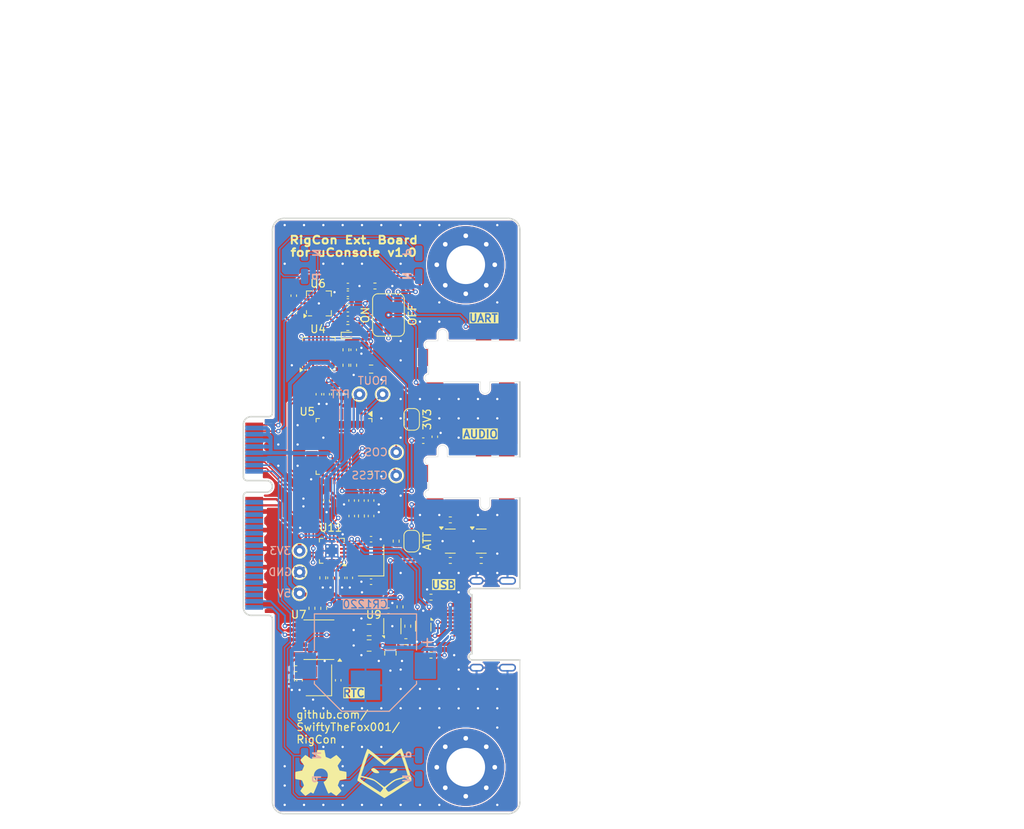
<source format=kicad_pcb>
(kicad_pcb (version 20240108) (generator "pcbnew") (generator_version "8.0")
  (title_block (title "RigCon Extension Board for ClockworkPi uConsole") (date "2025-02-26") (rev "1.0"))
  (layers (0 "F.Cu" signal) (31 "B.Cu" signal) (34 "B.Paste" user) (35 "F.Paste" user) (36 "B.SilkS" user "B.Silkscreen") (37 "F.SilkS" user "F.Silkscreen") (38 "B.Mask" user) (39 "F.Mask" user) (44 "Edge.Cuts" user))
  (net 0 "")
  (net 1 "/SPEAKER_LP")
  (net 2 "/SPEAKER_LN")
  (net 3 "/SPEAKER_RP")
  (net 4 "/SPEAKER_RN")
  (net 5 "/CAM1_DP3")
  (net 6 "/CAM1_DN3")
  (net 7 "/CAM1_DP2")
  (net 8 "/CAM1_DN2")
  (net 9 "/CAM1_CP")
  (net 10 "/CAM1_CN")
  (net 11 "/CAM1_DP1")
  (net 12 "/CAM1_DN1")
  (net 13 "/CAM1_DP0")
  (net 14 "/CAM1_DN0")
  (net 15 "+5V")
  (net 16 "GND")
  (net 17 "+3V3")
  (net 18 "/GPIO28")
  (net 19 "/GPIO29")
  (net 20 "/GPIO30")
  (net 21 "/GPIO31")
  (net 22 "/GPIO32")
  (net 23 "/GPIO33")
  (net 24 "/GPIO34")
  (net 25 "/GPIO35")
  (net 26 "/GPIO36")
  (net 27 "/GPIO37")
  (net 28 "/GPIO38")
  (net 29 "/GPIO39")
  (net 30 "/GPIO40")
  (net 31 "/GPIO41")
  (net 32 "/GPIO42")
  (net 33 "/GPIO43")
  (net 34 "/USB3_D-")
  (net 35 "/USB3_D+")
  (net 36 "/USB4_D-")
  (net 37 "/USB4_D+")
  (net 38 "~{RESET}")
  (net 39 "Net-(U11-XO)")
  (net 40 "Net-(U11-XI)")
  (net 41 "Net-(U6-V+)")
  (net 42 "Net-(U6-V-)")
  (net 43 "Net-(U6-C1-)")
  (net 44 "Net-(U6-C1+)")
  (net 45 "Net-(U6-C2-)")
  (net 46 "Net-(U6-C2+)")
  (net 47 "Net-(U5-DREG18)")
  (net 48 "Net-(U5-DREG33)")
  (net 49 "Net-(U5-AREG36)")
  (net 50 "Net-(U5-VREF)")
  (net 51 "Net-(U5-MICIN)")
  (net 52 "Net-(JP3-A)")
  (net 53 "Net-(U5-LOL)")
  (net 54 "Net-(U7-VBAT)")
  (net 55 "Net-(U7-OSCI)")
  (net 56 "Net-(D1-A)")
  (net 57 "Net-(D1-K)")
  (net 58 "Net-(JP1B-C)")
  (net 59 "Net-(JP1C-A)")
  (net 60 "Net-(JP1A-B)")
  (net 61 "Net-(JP1C-C)")
  (net 62 "Net-(JP1B-A)")
  (net 63 "Net-(JP1A-C)")
  (net 64 "Net-(JP2-B)")
  (net 65 "Net-(Q1-B)")
  (net 66 "Net-(Q1-C)")
  (net 67 "Net-(U4-VBUS)")
  (net 68 "/RIG_AFIN")
  (net 69 "/3V3_OUT")
  (net 70 "/RIG_RXD")
  (net 71 "/RIG_TXD")
  (net 72 "CODEC_P")
  (net 73 "RTS")
  (net 74 "/GPIO44_SDA0")
  (net 75 "Net-(U5-LOR)")
  (net 76 "/GPIO45_SCL0")
  (net 80 "UART_N")
  (net 82 "UART_P")
  (net 90 "/RIG_AFOUT")
  (net 91 "/RIG_PTT")
  (net 92 "/PTT")
  (net 93 "CODEC_N")
  (net 94 "/COS")
  (net 95 "/CTCSS")
  (net 96 "/~{RX_LED}")
  (net 97 "/~{TX_LED}")
  (net 120 "Net-(U7-OSCO)")
  (net 121 "EXT_P")
  (net 122 "EXT_N")
  (net 123 "/VBUS")
  (net 124 "Net-(J1-CC2)")
  (net 125 "Net-(J1-D+-PadA6)")
  (net 128 "Net-(J1-D--PadA7)")
  (net 129 "Net-(J1-CC1)")
  (net 130 "Net-(U9-Fault)")
  (net 131 "Net-(U9-EN)")
  (net 132 "Net-(U9-ILIM)")
  (net 137 "Net-(U11-PGANG)")
  (net 144 "Net-(U7-VDD)")
  (footprint "Package_SO:SOIC-8_3.9x4.9mm_P1.27mm" (layer "F.Cu") (at 106 116 180)
    (property "Reference" "U7")
    (property "Value" "PCF8523T")
  )
  (footprint "Diode_SMD:D_SOD-923" (layer "F.Cu") (at 109.75 76.632)
    (property "Reference" "D1" (hide yes))
    (property "Value" "GS2005ELD" (hide yes))
  )
  (footprint "Resistor_SMD:R_0402_1005Metric" (layer "F.Cu") (at 123 105.75 180)
    (property "Reference" "R17" (hide yes))
    (property "Value" "12K" (hide yes))
  )
  (footprint "Resistor_SMD:R_0402_1005Metric" (layer "F.Cu") (at 111.5 100 90)
    (property "Reference" "R16" (hide yes))
    (property "Value" "12K" (hide yes))
  )
  (footprint "Capacitor_SMD:C_0805_2012Metric" (layer "F.Cu") (at 115.25 117.75 -90)
    (property "Reference" "C28" (hide yes))
    (property "Value" "47uF")
  )
  (footprint "Resistor_SMD:R_0402_1005Metric" (layer "F.Cu") (at 120.5 110.5 180)
    (property "Reference" "R23" (hide yes))
    (property "Value" "56k" (hide yes))
  )
  (footprint "Capacitor_SMD:C_0805_2012Metric" (layer "F.Cu") (at 112.5 114.75 180)
    (property "Reference" "C32" (hide yes))
    (property "Value" "47uF")
  )
  (footprint "TestPoint:TestPoint_THTPad_D1.5mm_Drill0.7mm" (layer "F.Cu") (at 116 91.75)
    (property "Reference" "TP4" (hide yes))
    (property "Value" "COS")
  )
  (footprint "Capacitor_SMD:C_0805_2012Metric" (layer "F.Cu") (at 112.5 116.75 180)
    (property "Reference" "C31" (hide yes))
    (property "Value" "47uF")
  )
  (footprint "Capacitor_SMD:C_0402_1005Metric" (layer "F.Cu") (at 110 108 -90)
    (property "Reference" "C12" (hide yes))
    (property "Value" "100nF" (hide yes))
  )
  (footprint "Resistor_SMD:R_0402_1005Metric" (layer "F.Cu") (at 106.626 111.938 -90)
    (property "Reference" "R20" (hide yes))
    (property "Value" "DNP" (hide yes))
  )
  (footprint "Resistor_SMD:R_0402_1005Metric" (layer "F.Cu") (at 123 100.5)
    (property "Reference" "R15" (hide yes))
    (property "Value" "12K" (hide yes))
  )
  (footprint "Capacitor_SMD:C_0402_1005Metric" (layer "F.Cu") (at 109.75 70.25)
    (property "Reference" "C11" (hide yes))
    (property "Value" "100nF" (hide yes))
  )
  (footprint "Capacitor_SMD:C_0402_1005Metric" (layer "F.Cu") (at 115 112.25)
    (property "Reference" "C27" (hide yes))
    (property "Value" "100nF" (hide yes))
  )
  (footprint "Capacitor_SMD:C_0402_1005Metric" (layer "F.Cu") (at 107 98 -90)
    (property "Reference" "C20" (hide yes))
    (property "Value" "10uF" (hide yes))
  )
  (footprint "Capacitor_SMD:C_0402_1005Metric" (layer "F.Cu") (at 102.5 121.25 -90)
    (property "Reference" "C30" (hide yes))
    (property "Value" "4.7uF")
  )
  (footprint "TestPoint:TestPoint_THTPad_D1.5mm_Drill0.7mm" (layer "F.Cu") (at 111.25 84.25)
    (property "Reference" "TP3" (hide yes))
    (property "Value" "PTT")
  )
  (footprint "Resistor_SMD:R_0402_1005Metric" (layer "F.Cu") (at 103 119.75)
    (property "Reference" "R7" (hide yes))
    (property "Value" "1k")
  )
  (footprint "TestPoint:TestPoint_THTPad_D1.5mm_Drill0.7mm" (layer "F.Cu") (at 103.5 104.5)
    (property "Reference" "TP7" (hide yes))
    (property "Value" "3V3")
  )
  (footprint "Resistor_SMD:R_0402_1005Metric" (layer "F.Cu") (at 106.5 108 -90)
    (property "Reference" "R6" (hide yes))
    (property "Value" "10k" (hide yes))
  )
  (footprint "Capacitor_SMD:C_0402_1005Metric" (layer "F.Cu") (at 109 84.25 90)
    (property "Reference" "C15" (hide yes))
    (property "Value" "1uF" (hide yes))
  )
  (footprint "Capacitor_SMD:C_0402_1005Metric" (layer "F.Cu") (at 109.75 73.25 180)
    (property "Reference" "C5" (hide yes))
    (property "Value" "100nF" (hide yes))
  )
  (footprint "Capacitor_SMD:C_0402_1005Metric" (layer "F.Cu") (at 109.75 71.25 180)
    (property "Reference" "C8" (hide yes))
    (property "Value" "100nF" (hide yes))
  )
  (footprint "Capacitor_SMD:C_0402_1005Metric" (layer "F.Cu") (at 106 84.25 -90)
    (property "Reference" "C1" (hide yes))
    (property "Value" "10uF" (hide yes))
  )
  (footprint "Package_DFN_QFN:QFN-16-1EP_3x3mm_P0.5mm_EP1.7x1.7mm_ThermalVias" (layer "F.Cu") (at 107.675 104.5 180)
    (property "Reference" "U11")
    (property "Value" "CH334P")
  )
  (footprint "Capacitor_SMD:C_0402_1005Metric" (layer "F.Cu") (at 109 108 -90)
    (property "Reference" "C9" (hide yes))
    (property "Value" "10uF" (hide yes))
  )
  (footprint "Capacitor_SMD:C_0402_1005Metric" (layer "F.Cu") (at 112.75 108.5 180)
    (property "Reference" "C6" (hide yes))
    (property "Value" "10pF" (hide yes))
  )
  (footprint "Crystal:Crystal_SMD_3225-4Pin_3.2x2.5mm" (layer "F.Cu") (at 106 121.25 90)
    (property "Reference" "Y3" (hide yes))
    (property "Value" "32,768 kHz" (hide yes))
  )
  (footprint "Capacitor_SMD:C_0402_1005Metric" (layer "F.Cu") (at 109.75 72.25 180)
    (property "Reference" "C3" (hide yes))
    (property "Value" "10uF" (hide yes))
  )
  (footprint "TestPoint:TestPoint_THTPad_D1.5mm_Drill0.7mm" (layer "F.Cu") (at 103.5 107.25)
    (property "Reference" "TP6" (hide yes))
    (property "Value" "GND")
  )
  (footprint "Package_DFN_QFN:QFN-12-1EP_3x3mm_P0.51mm_EP1.45x1.45mm" (layer "F.Cu") (at 106 72.5 90)
    (property "Reference" "U6")
    (property "Value" "ADM3101E")
  )
  (footprint "Resistor_SMD:R_0402_1005Metric" (layer "F.Cu") (at 120.5 118 180)
    (property "Reference" "R24" (hide yes))
    (property "Value" "56k" (hide yes))
  )
  (footprint "Capacitor_SMD:C_0402_1005Metric" (layer "F.Cu") (at 108 84.25 90)
    (property "Reference" "C16" (hide yes))
    (property "Value" "100nF" (hide yes))
  )
  (footprint "Capacitor_SMD:C_0402_1005Metric" (layer "F.Cu") (at 111.5 98 -90)
    (property "Reference" "C19" (hide yes))
    (property "Value" "100nF" (hide yes))
  )
  (footprint "Capacitor_SMD:C_0402_1005Metric" (layer "F.Cu") (at 112.75 98 -90)
    (property "Reference" "C17" (hide yes))
    (property "Value" "100nF" (hide yes))
  )
  (footprint "Symbol:OSHW-Symbol_6.7x6mm_SilkScreen" (layer "F.Cu") (at 106.25 133.25)
    (property "Reference" "L1" (hide yes))
    (property "Value" "~" (hide yes))
  )
  (footprint "Capacitor_SMD:C_0402_1005Metric" (layer "F.Cu") (at 112.75 103)
    (property "Reference" "C7" (hide yes))
    (property "Value" "10pF" (hide yes))
  )
  (footprint "Capacitor_SMD:C_0402_1005Metric" (layer "F.Cu") (at 102.75 73.75 90)
    (property "Reference" "C13" (hide yes))
    (property "Value" "100nF" (hide yes))
  )
  (footprint "Resistor_SMD:R_0402_1005Metric" (layer "F.Cu") (at 113.25 70.25 180)
    (property "Reference" "R11" (hide yes))
    (property "Value" "33" (hide yes))
  )
  (footprint "uconsole:USB-4520-03-X-A" (layer "F.Cu") (at 132 114 90)
    (property "Reference" "J1" (hide yes))
    (property "Value" "USB_C_Receptacle_USB2.0_16P" (hide yes))
    (fp_line (start 4.62 -6.2) (end 4.62 0) (stroke (width 0.2)) (layer "Edge.Cuts"))
    (fp_line (start -3.82 -6.2) (end 3.82 -6.2) (stroke (width 0.2)) (layer "Edge.Cuts"))
    (fp_line (start -4.62 0) (end -4.62 -6.2) (stroke (width 0.2)) (layer "Edge.Cuts"))
    (fp_arc (start 3.82 -6.2) (mid 4.22 -6.6) (end 4.62 -6.2) (stroke (width 0.2)) (layer "Edge.Cuts"))
    (fp_arc (start -4.62 -6.2) (mid -4.22 -6.6) (end -3.82 -6.2) (stroke (width 0.2)) (layer "Edge.Cuts"))
  )
  (footprint "Resistor_SMD:R_0402_1005Metric" (layer "F.Cu") (at 116.5 111.75 -90)
    (property "Reference" "R5" (hide yes))
    (property "Value" "100k" (hide yes))
  )
  (footprint "Package_TO_SOT_SMD:SOT-666" (layer "F.Cu") (at 119.5 114.25 -90)
    (property "Reference" "U10" (hide yes))
    (property "Value" "USBLC6-2P6")
  )
  (footprint "Capacitor_SMD:C_0402_1005Metric" (layer "F.Cu") (at 121 89.75 90)
    (property "Reference" "C24" (hide yes))
    (property "Value" "27pF" (hide yes))
  )
  (footprint "Capacitor_SMD:C_0402_1005Metric" (layer "F.Cu") (at 119.5 90.25 180)
    (property "Reference" "C22" (hide yes))
    (property "Value" "10uF" (hide yes))
  )
  (footprint "Capacitor_SMD:C_0402_1005Metric" (layer "F.Cu") (at 107 84.25 -90)
    (property "Reference" "C2" (hide yes))
    (property "Value" "100nF" (hide yes))
  )
  (footprint "Capacitor_SMD:C_0402_1005Metric" (layer "F.Cu") (at 108.5 121.25 90)
    (property "Reference" "C25" (hide yes))
    (property "Value" "10pF" (hide yes))
  )
  (footprint "Package_SON:WSON-6-1EP_2x2mm_P0.65mm_EP1x1.6mm" (layer "F.Cu") (at 115.5 114.25 90)
    (property "Reference" "U9")
    (property "Value" "TPS2553-1")
  )
  (footprint "uconsole:Logo_Fox" (layer "F.Cu") (at 115.5 137)
    (property "Reference" "L2" (hide yes))
    (property "Value" "~" (hide yes))
  )
  (footprint "uconsole:edge-minipcie" (layer "F.Cu") (at 98.125 100 180)
    (property "Reference" "U1" (hide yes))
    (property "Value" "UC EXPANSION")
  )
  (footprint "uconsole:SJ2-25774x-SMT" (layer "F.Cu") (at 132 80 180)
    (property "Reference" "J2" (hide yes))
    (property "Value" "PJ-320A" (hide yes))
    (fp_line (start 11.8 -1.65) (end 11.8 1.65) (stroke (width 0.05)) (layer "Edge.Cuts"))
    (fp_line (start 10.6 3.55) (end 10.6 2.65) (stroke (width 0.05)) (layer "Edge.Cuts"))
    (fp_line (start 10.6 2.65) (end 11.8 2.65) (stroke (width 0.05)) (layer "Edge.Cuts"))
    (fp_line (start 9.4 2.65) (end 9.4 3.55) (stroke (width 0.05)) (layer "Edge.Cuts"))
    (fp_line (start 5.1 -2.65) (end 11.8 -2.65) (stroke (width 0.05)) (layer "Edge.Cuts"))
    (fp_line (start 5.1 -3.55) (end 5.1 -2.65) (stroke (width 0.05)) (layer "Edge.Cuts"))
    (fp_line (start 3.9 -2.65) (end 3.9 -3.55) (stroke (width 0.05)) (layer "Edge.Cuts"))
    (fp_line (start 0 2.65) (end 9.4 2.65) (stroke (width 0.05)) (layer "Edge.Cuts"))
    (fp_line (start 0 -2.65) (end 3.9 -2.65) (stroke (width 0.05)) (layer "Edge.Cuts"))
    (fp_arc (start 11.8 1.65) (mid 12.3 2.15) (end 11.8 2.65) (stroke (width 0.05)) (layer "Edge.Cuts"))
    (fp_arc (start 11.8 -2.65) (mid 12.3 -2.15) (end 11.8 -1.65) (stroke (width 0.05)) (layer "Edge.Cuts"))
    (fp_arc (start 10.6 3.55) (mid 10 4.15) (end 9.4 3.55) (stroke (width 0.05)) (layer "Edge.Cuts"))
    (fp_arc (start 3.9 -3.55) (mid 4.5 -4.15) (end 5.1 -3.55) (stroke (width 0.05)) (layer "Edge.Cuts"))
  )
  (footprint "Resistor_SMD:R_0402_1005Metric" (layer "F.Cu") (at 117.5 114.25 -90)
    (property "Reference" "R3" (hide yes))
    (property "Value" "100k" (hide yes))
  )
  (footprint "TestPoint:TestPoint_THTPad_D1.5mm_Drill0.7mm" (layer "F.Cu") (at 114.25 84.25)
    (property "Reference" "TP2" (hide yes))
    (property "Value" "ROUT")
  )
  (footprint "Package_QFP:LQFP-48_7x7mm_P0.5mm" (layer "F.Cu") (at 109.25 91 -90)
    (property "Reference" "U5")
    (property "Value" "CM108B")
  )
  (footprint "Resistor_SMD:R_0603_1608Metric" (layer "F.Cu") (at 112.75 81)
    (property "Reference" "TH1" (hide yes))
    (property "Value" "0.02A" (hide yes))
  )
  (footprint "Resistor_SMD:R_0402_1005Metric" (layer "F.Cu") (at 116 103.25 -90)
    (property "Reference" "R19" (hide yes))
    (property "Value" "100K" (hide yes))
  )
  (footprint "Resistor_SMD:R_0402_1005Metric" (layer "F.Cu") (at 105.102 111.938 -90)
    (property "Reference" "R21" (hide yes))
    (property "Value" "DNP" (hide yes))
  )
  (footprint "Resistor_SMD:R_0402_1005Metric" (layer "F.Cu") (at 109.75 75.616 180)
    (property "Reference" "R12" (hide yes))
    (property "Value" "33" (hide yes))
  )
  (footprint "TestPoint:TestPoint_THTPad_D1.5mm_Drill0.7mm" (layer "F.Cu") (at 116 94.75)
    (property "Reference" "TP5" (hide yes))
    (property "Value" "CTCSS")
  )
  (footprint "Capacitor_SMD:C_0402_1005Metric" (layer "F.Cu") (at 112.75 100 90)
    (property "Reference" "C23" (hide yes))
    (property "Value" "27pF" (hide yes))
  )
  (footprint "TestPoint:TestPoint_THTPad_D1.5mm_Drill0.7mm" (layer "F.Cu") (at 103.5 110)
    (property "Reference" "TP1" (hide yes))
    (property "Value" "5V")
  )
  (footprint "Resistor_SMD:R_0402_1005Metric" (layer "F.Cu") (at 117.25 116.25)
    (property "Reference" "R22" (hide yes))
    (property "Value" "47k" (hide yes))
  )
  (footprint "MountingHole:MountingHole_5mm_Pad_Via" (layer "F.Cu") (at 125 132.5 180)
    (property "Reference" "H1" (hide yes))
    (property "Value" "MountingHole")
  )
  (footprint "Capacitor_SMD:C_0402_1005Metric" (layer "F.Cu") (at 102.75 71.5 90)
    (property "Reference" "C14" (hide yes))
    (property "Value" "100nF" (hide yes))
  )
  (footprint "Crystal:Crystal_SMD_3225-4Pin_3.2x2.5mm" (layer "F.Cu") (at 112.75 105.75 90)
    (property "Reference" "Y1" (hide yes))
    (property "Value" "12MHz" (hide yes))
  )
  (footprint "uconsole:SJ2-25774x-SMT" (layer "F.Cu") (at 132 95 180)
    (property "Reference" "J3" (hide yes))
    (property "Value" "PJ-320A" (hide yes))
    (fp_line (start 11.8 -1.65) (end 11.8 1.65) (stroke (width 0.05)) (layer "Edge.Cuts"))
    (fp_line (start 10.6 3.55) (end 10.6 2.65) (stroke (width 0.05)) (layer "Edge.Cuts"))
    (fp_line (start 10.6 2.65) (end 11.8 2.65) (stroke (width 0.05)) (layer "Edge.Cuts"))
    (fp_line (start 9.4 2.65) (end 9.4 3.55) (stroke (width 0.05)) (layer "Edge.Cuts"))
    (fp_line (start 5.1 -2.65) (end 11.8 -2.65) (stroke (width 0.05)) (layer "Edge.Cuts"))
    (fp_line (start 5.1 -3.55) (end 5.1 -2.65) (stroke (width 0.05)) (layer "Edge.Cuts"))
    (fp_line (start 3.9 -2.65) (end 3.9 -3.55) (stroke (width 0.05)) (layer "Edge.Cuts"))
    (fp_line (start 0 2.65) (end 9.4 2.65) (stroke (width 0.05)) (layer "Edge.Cuts"))
    (fp_line (start 0 -2.65) (end 3.9 -2.65) (stroke (width 0.05)) (layer "Edge.Cuts"))
    (fp_arc (start 11.8 1.65) (mid 12.3 2.15) (end 11.8 2.65) (stroke (width 0.05)) (layer "Edge.Cuts"))
    (fp_arc (start 11.8 -2.65) (mid 12.3 -2.15) (end 11.8 -1.65) (stroke (width 0.05)) (layer "Edge.Cuts"))
    (fp_arc (start 10.6 3.55) (mid 10 4.15) (end 9.4 3.55) (stroke (width 0.05)) (layer "Edge.Cuts"))
    (fp_arc (start 3.9 -3.55) (mid 4.5 -4.15) (end 5.1 -3.55) (stroke (width 0.05)) (layer "Edge.Cuts"))
  )
  (footprint "Package_TO_SOT_SMD:SOT-23" (layer "F.Cu") (at 123 103.25)
    (property "Reference" "Q1" (hide yes))
    (property "Value" "MMBT5551L" (hide yes))
  )
  (footprint "Capacitor_SMD:C_0402_1005Metric" (layer "F.Cu") (at 109.75 74.5 180)
    (property "Reference" "C10" (hide yes))
    (property "Value" "100nF" (hide yes))
  )
  (footprint "Package_DFN_QFN:QFN-24-1EP_4x4mm_P0.5mm_EP2.6x2.6mm" (layer "F.Cu") (at 106 79 90)
    (property "Reference" "U4")
    (property "Value" "CP2102N-A02-GQFN24")
  )
  (footprint "Resistor_SMD:R_0402_1005Metric" (layer "F.Cu") (at 110.5 80.5 90)
    (property "Reference" "R2" (hide yes))
    (property "Value" "27K" (hide yes))
  )
  (footprint "Package_TO_SOT_SMD:SOT-23" (layer "F.Cu") (at 127 103.25)
    (property "Reference" "Q2" (hide yes))
    (property "Value" "MMBT5551L" (hide yes))
  )
  (footprint "Capacitor_SMD:C_0402_1005Metric" (layer "F.Cu") (at 110.5 78.5 90)
    (property "Reference" "C4" (hide yes))
    (property "Value" "100nF" (hide yes))
  )
  (footprint "Resistor_SMD:R_0402_1005Metric" (layer "F.Cu") (at 127 105.75 180)
    (property "Reference" "R18" (hide yes))
    (property "Value" "100K" (hide yes))
  )
  (footprint "Resistor_SMD:R_0402_1005Metric" (layer "F.Cu") (at 109.5 80.5 -90)
    (property "Reference" "R1" (hide yes))
    (property "Value" "12K" (hide yes))
  )
  (footprint "Capacitor_SMD:C_0402_1005Metric" (layer "F.Cu") (at 103.5 121.25 -90)
    (property "Reference" "C26" (hide yes))
    (property "Value" "10pF" (hide yes))
  )
  (footprint "Resistor_SMD:R_0402_1005Metric" (layer "F.Cu") (at 109.5 78.5 90)
    (property "Reference" "R4" (hide yes))
    (property "Value" "100k" (hide yes))
  )
  (footprint "Capacitor_SMD:C_0402_1005Metric" (layer "F.Cu") (at 107.5 108 -90)
    (property "Reference" "C29" (hide yes))
    (property "Value" "1uF" (hide yes))
  )
  (footprint "MountingHole:MountingHole_5mm_Pad_Via" (layer "F.Cu") (at 125 67.5 180)
    (property "Reference" "H2" (hide yes))
    (property "Value" "MountingHole")
  )
  (footprint "Capacitor_SMD:C_0402_1005Metric" (layer "F.Cu") (at 110.23 98 -90)
    (property "Reference" "C18" (hide yes))
    (property "Value" "10uF" (hide yes))
  )
  (footprint "Capacitor_SMD:C_0402_1005Metric" (layer "F.Cu") (at 110.25 100 90)
    (property "Reference" "C21" (hide yes))
    (property "Value" "10uF" (hide yes))
  )
  (footprint "uconsole:speaker pads" (layer "B.Cu") (at 111.535 67.5)
    (property "Reference" "U3" (hide yes))
    (property "Value" "Speaker")
  )
  (footprint "uconsole:SolderJumper9-BCu" (layer "B.Cu") (at 115 74)
    (property "Reference" "JP1" (hide yes))
    (property "Value" "RS232" (hide yes))
  )
  (footprint "uconsole:MPD_BK-940" (layer "B.Cu") (at 112.02625 119.35495)
    (property "Reference" "BT1" (hide yes))
    (property "Value" "BK-940")
  )
  (footprint "uconsole:SolderJumper-BCu-Bridged" (layer "B.Cu") (at 118 103.25 90)
    (property "Reference" "JP3" (hide yes))
    (property "Value" "ATT")
  )
  (footprint "uconsole:speaker pads" (layer "B.Cu") (at 111.535 132.5)
    (property "Reference" "U2" (hide yes))
    (property "Value" "Speaker")
  )
  (footprint "uconsole:SolderJumper2-BCu" (layer "B.Cu") (at 118 87.5 90)
    (property "Reference" "JP2")
    (property "Value" "3V3")
  )
  (gr_line (start 118.56 131.365) (end 119.195 131.365) (stroke (width 0.2)) (layer "B.Cu") (net 3))
  (gr_line (start 132 92.35) (end 132 82.65) (stroke (width 0.2)) (layer "Edge.Cuts"))
  (gr_arc (start 97.23 112.85) (mid 96.522893 112.557107) (end 96.23 111.85) (stroke (width 0.2)) (layer "Edge.Cuts"))
  (gr_line (start 130.5 138.5) (end 101.5 138.5) (stroke (width 0.2)) (layer "Edge.Cuts"))
  (gr_arc (start 130.5 61.5) (mid 131.56066 61.93934) (end 132 63) (stroke (width 0.2)) (layer "Edge.Cuts"))
  (gr_arc (start 96.23 88.15) (mid 96.522893 87.442893) (end 97.23 87.15) (stroke (width 0.2)) (layer "Edge.Cuts"))
  (gr_line (start 97.23 87.15) (end 99.5 87.15) (stroke (width 0.2)) (layer "Edge.Cuts"))
  (gr_line (start 100 137) (end 100 113.35) (stroke (width 0.2)) (layer "Edge.Cuts"))
  (gr_line (start 132 118.62) (end 132 137) (stroke (width 0.1)) (layer "Edge.Cuts"))
  (gr_line (start 100 86.65) (end 100 63) (stroke (width 0.2)) (layer "Edge.Cuts"))
  (gr_line (start 96.23 111.85) (end 96.23 97.42) (stroke (width 0.2)) (layer "Edge.Cuts"))
  (gr_line (start 132 97.65) (end 132 109.38) (stroke (width 0.2)) (layer "Edge.Cuts"))
  (gr_line (start 101.5 61.5) (end 130.5 61.5) (stroke (width 0.2)) (layer "Edge.Cuts"))
  (gr_arc (start 96.23 97.42) (mid 96.376447 97.066447) (end 96.73 96.92) (stroke (width 0.2)) (layer "Edge.Cuts"))
  (gr_arc (start 99.23 95.42) (mid 99.98 96.17) (end 99.23 96.92) (stroke (width 0.2)) (layer "Edge.Cuts"))
  (gr_arc (start 100 86.65) (mid 99.853553 87.003553) (end 99.5 87.15) (stroke (width 0.2)) (layer "Edge.Cuts"))
  (gr_line (start 99.23 96.92) (end 96.73 96.92) (stroke (width 0.2)) (layer "Edge.Cuts"))
  (gr_line (start 132 77.35) (end 132 63) (stroke (width 0.2)) (layer "Edge.Cuts"))
  (gr_arc (start 96.73 95.42) (mid 96.376447 95.273553) (end 96.23 94.92) (stroke (width 0.2)) (layer "Edge.Cuts"))
  (gr_arc (start 100 63) (mid 100.43934 61.93934) (end 101.5 61.5) (stroke (width 0.2)) (layer "Edge.Cuts"))
  (gr_line (start 96.23 94.92) (end 96.23 88.15) (stroke (width 0.2)) (layer "Edge.Cuts"))
  (gr_arc (start 99.5 112.85) (mid 99.853553 112.996447) (end 100 113.35) (stroke (width 0.2)) (layer "Edge.Cuts"))
  (gr_line (start 99.5 112.85) (end 97.23 112.85) (stroke (width 0.2)) (layer "Edge.Cuts"))
  (gr_line (start 96.73 95.42) (end 99.23 95.42) (stroke (width 0.2)) (layer "Edge.Cuts"))
  (gr_arc (start 101.5 138.5) (mid 100.43934 138.06066) (end 100 137) (stroke (width 0.2)) (layer "Edge.Cuts"))
  (gr_arc (start 132 137) (mid 131.56066 138.06066) (end 130.5 138.5) (stroke (width 0.2)) (layer "Edge.Cuts"))
  (gr_text "CR1220" (at 115 112 0) (layer "B.SilkS" knockout) (effects (font (size 1 1) (thickness 0.153)) (justify left bottom mirror)))
  (gr_text "RTC" (at 109 123.5 0) (layer "F.SilkS" knockout) (effects (font (size 1 1) (thickness 0.2) (bold yes)) (justify left bottom)))
  (gr_text "RigCon Ext. Board\nfor uConsole v1.0" (at 110.5 66.5 0) (layer "F.SilkS") (effects (font (size 1 1.2) (thickness 0.25) (bold yes)) (justify bottom)))
  (gr_text "UART" (at 129.25 75 0) (layer "F.SilkS" knockout) (effects (font (size 1 1) (thickness 0.2) (bold yes)) (justify right bottom)))
  (gr_text "github.com/\nSwiftyTheFox001/\nRigCon" (at 103 129.5 0) (layer "F.SilkS") (effects (font (size 1 1) (thickness 0.153)) (justify left bottom)))
  (gr_text "AUDIO" (at 129.25 90 0) (layer "F.SilkS" knockout) (effects (font (size 1 1) (thickness 0.2) (bold yes)) (justify right bottom)))
  (gr_text "USB" (at 123.75 109.5 0) (layer "F.SilkS" knockout) (effects (font (size 1 1) (thickness 0.2) (bold yes)) (justify right bottom)))
  (segment (start 100.72 88.22) (end 97.63 88.22) (width 0.2) (layer "F.Cu") (net 1))
  (segment (start 100.746091 88.246091) (end 100.72 88.22) (width 0.2) (layer "F.Cu") (net 1))
  (via (at 100.746091 88.246091) (size 0.6) (drill 0.3) (layers "F.Cu" "B.Cu") (net 1))
  (segment (start 100.938 65.429) (end 102.435 63.932) (width 0.2) (layer "B.Cu") (net 1))
  (segment (start 100.746091 88.246091) (end 100.938 88.054182) (width 0.2) (layer "B.Cu") (net 1))
  (segment (start 100.938 88.054182) (end 100.938 68.504) (width 0.2) (layer "B.Cu") (net 1))
  (segment (start 116.852 63.932) (end 118.92 66) (width 0.2) (layer "B.Cu") (net 1))
  (segment (start 102.435 63.932) (end 116.852 63.932) (width 0.2) (layer "B.Cu") (net 1))
  (segment (start 104.15 69) (end 101.434 69) (width 0.2) (layer "B.Cu") (net 1))
  (segment (start 103.9 69) (end 104.15 69.25) (width 0.2) (layer "B.Cu") (net 1))
  (segment (start 100.938 68.504) (end 100.938 65.429) (width 0.2) (layer "B.Cu") (net 1))
  (segment (start 101.434 69) (end 100.938 68.504) (width 0.2) (layer "B.Cu") (net 1))
  (segment (start 100.75 89.02) (end 97.63 89.02) (width 0.2) (layer "F.Cu") (net 2))
  (via (at 100.75 89.02) (size 0.6) (drill 0.3) (layers "F.Cu" "B.Cu") (net 2))
  (segment (start 100.75 89.02) (end 101.5 88.27) (width 0.2) (layer "B.Cu") (net 2))
  (segment (start 101.5 88.27) (end 101.5 74.9) (width 0.2) (layer "B.Cu") (net 2))
  (segment (start 103.8 66.25) (end 104.15 66.25) (width 0.2) (layer "B.Cu") (net 2))
  (segment (start 105.356 66) (end 104.15 66) (width 0.2) (layer "B.Cu") (net 2))
  (segment (start 101.5 74.9) (end 105.864 70.536) (width 0.2) (layer "B.Cu") (net 2))
  (segment (start 118.92 69) (end 116.52 69) (width 0.2) (layer "B.Cu") (net 2))
  (segment (start 113.52 66) (end 105.356 66) (width 0.2) (layer "B.Cu") (net 2))
  (segment (start 105.864 70.536) (end 105.864 66) (width 0.2) (layer "B.Cu") (net 2))
  (segment (start 105.864 66) (end 105.356 66) (width 0.2) (layer "B.Cu") (net 2))
  (segment (start 116.52 69) (end 113.52 66) (width 0.2) (layer "B.Cu") (net 2))
  (segment (start 102.708 116.421686) (end 101.946 117.183686) (width 0.2) (layer "B.Cu") (net 3))
  (segment (start 101.946 117.183686) (end 101.946 126.054) (width 0.2) (layer "B.Cu") (net 3))
  (segment (start 101.946 126.054) (end 105.61 129.718) (width 0.2) (layer "B.Cu") (net 3))
  (segment (start 101.184 110.917274) (end 102.708 112.441274) (width 0.2) (layer "B.Cu") (net 3))
  (segment (start 102.708 112.441274) (end 102.708 116.421686) (width 0.2) (layer "B.Cu") (net 3))
  (segment (start 105.61 129.718) (end 105.61 132.54) (width 0.2) (layer "B.Cu") (net 3))
  (segment (start 104.15 134) (end 109.964 134) (width 0.2) (layer "B.Cu") (net 3))
  (segment (start 101.184 94.818314) (end 101.184 110.917274) (width 0.2) (layer "B.Cu") (net 3))
  (segment (start 112.964 131) (end 118.92 131) (width 0.2) (layer "B.Cu") (net 3))
  (segment (start 109.964 134) (end 112.964 131) (width 0.2) (layer "B.Cu") (net 3))
  (segment (start 105.61 132.54) (end 104.15 134) (width 0.2) (layer "B.Cu") (net 3))
  (segment (start 99.785686 93.42) (end 101.184 94.818314) (width 0.2) (layer "B.Cu") (net 3))
  (segment (start 97.63 93.42) (end 99.785686 93.42) (width 0.2) (layer "B.Cu") (net 3))
  (segment (start 100.784 111.08296) (end 102.308 112.60696) (width 0.2) (layer "B.Cu") (net 4))
  (segment (start 102.308 116.256) (end 101.546 117.018) (width 0.2) (layer "B.Cu") (net 4))
  (segment (start 102.685 130.988) (end 102.685 135.81) (width 0.2) (layer "B.Cu") (net 4))
  (segment (start 97.63 94.22) (end 100.02 94.22) (width 0.2) (layer "B.Cu") (net 4))
  (segment (start 109.37 136.445) (end 113.18 132.635) (width 0.2) (layer "B.Cu") (net 4))
  (segment (start 101.546 117.018) (end 101.546 129.849) (width 0.2) (layer "B.Cu") (net 4))
  (segment (start 104.15 131) (end 102.697 131) (width 0.2) (layer "B.Cu") (net 4))
  (segment (start 117.305 132.635) (end 118.92 134.25) (width 0.2) (layer "B.Cu") (net 4))
  (segment (start 103.32 136.445) (end 109.37 136.445) (width 0.2) (layer "B.Cu") (net 4))
  (segment (start 101.546 129.849) (end 102.685 130.988) (width 0.2) (layer "B.Cu") (net 4))
  (segment (start 100.784 94.984) (end 100.784 111.08296) (width 0.2) (layer "B.Cu") (net 4))
  (segment (start 100.02 94.22) (end 100.784 94.984) (width 0.2) (layer "B.Cu") (net 4))
  (segment (start 113.18 132.635) (end 117.305 132.635) (width 0.2) (layer "B.Cu") (net 4))
  (segment (start 102.308 112.60696) (end 102.308 116.256) (width 0.2) (layer "B.Cu") (net 4))
  (segment (start 102.685 135.81) (end 103.32 136.445) (width 0.2) (layer "B.Cu") (net 4))
  (segment (start 102.697 131) (end 102.685 130.988) (width 0.2) (layer "B.Cu") (net 4))
  (segment (start 105.75 115) (end 105.75 117.436974) (width 0.3) (layer "F.Cu") (net 15))
  (segment (start 107.9375 80.9375) (end 108 81) (width 0.25) (layer "F.Cu") (net 15))
  (segment (start 108.658 110.658) (end 108.156 110.156) (width 0.5) (layer "F.Cu") (net 15))
  (segment (start 110.23 97.52) (end 111.5 97.52) (width 0.5) (layer "F.Cu") (net 15))
  (segment (start 107.5 107.52) (end 107.925 107.095) (width 0.25) (layer "F.Cu") (net 15))
  (segment (start 117.084653 109.834653) (end 117.5 110.25) (width 0.25) (layer "F.Cu") (net 15))
  (segment (start 108.075041 110.156) (end 103.656 110.156) (width 0.5) (layer "F.Cu") (net 15))
  (segment (start 103.51 119.676974) (end 103.51 119.75) (width 0.5) (layer "F.Cu") (net 15))
  (segment (start 111.5 95.1625) (end 111.5 96.75) (width 0.25) (layer "F.Cu") (net 15))
  (segment (start 108.4 96.501471) (end 108.4 96.998529) (width 0.3) (layer "F.Cu") (net 15))
  (segment (start 108.5 93.25) (end 107.5 92.25) (width 0.3) (layer "F.Cu") (net 15))
  (segment (start 115.309706 109.834653) (end 117.084653 109.834653) (width 0.25) (layer "F.Cu") (net 15))
  (segment (start 108.658 111.684) (end 108.658 112.092) (width 0.3) (layer "F.Cu") (net 15))
  (segment (start 108.658 111.684) (end 108.658 110.658) (width 0.5) (layer "F.Cu") (net 15))
  (segment (start 108.658 112.092) (end 105.75 115) (width 0.3) (layer "F.Cu") (net 15))
  (segment (start 111.5 97.52) (end 111.5 96.75) (width 0.5) (layer "F.Cu") (net 15))
  (segment (start 109.190012 112.25) (end 114.52 112.25) (width 0.5) (layer "F.Cu") (net 15))
  (segment (start 108.075041 110.156) (end 108.25 109.981041) (width 0.3) (layer "F.Cu") (net 15))
  (segment (start 108.4 96.998529) (end 108.921471 97.52) (width 0.3) (layer "F.Cu") (net 15))
  (segment (start 108.5 96.401471) (end 108.4 96.501471) (width 0.3) (layer "F.Cu") (net 15))
  (segment (start 108.658 111.684) (end 108.658 111.717988) (width 0.5) (layer "F.Cu") (net 15))
  (segment (start 122.49 105.75) (end 115.25 105.75) (width 0.25) (layer "F.Cu") (net 15))
  (segment (start 108.5 95.1625) (end 108.5 96.401471) (width 0.3) (layer "F.Cu") (net 15))
  (segment (start 108.156 110.156) (end 108.075041 110.156) (width 0.5) (layer "F.Cu") (net 15))
  (segment (start 114.52 110.52) (end 114.52 112.25) (width 0.3) (layer "F.Cu") (net 15))
  (segment (start 108 81) (end 109.49 81) (width 0.5) (layer "F.Cu") (net 15))
  (segment (start 115.165347 109.834653) (end 114.5 110.5) (width 0.3) (layer "F.Cu") (net 15))
  (segment (start 111.5 96.75) (end 111 96.25) (width 0.25) (layer "F.Cu") (net 15))
  (segment (start 117.5 110.25) (end 117.5 113.74) (width 0.25) (layer "F.Cu") (net 15))
  (segment (start 108.5 95.1625) (end 108.5 93.25) (width 0.3) (layer "F.Cu") (net 15))
  (segment (start 114.52 113.02) (end 114.85 113.35) (width 0.3) (layer "F.Cu") (net 15))
  (segment (start 108.658 111.717988) (end 109.190012 112.25) (width 0.5) (layer "F.Cu") (net 15))
  (segment (start 108.921471 97.52) (end 110.23 97.52) (width 0.3) (layer "F.Cu") (net 15))
  (segment (start 115.309706 109.834653) (end 115.165347 109.834653) (width 0.3) (layer "F.Cu") (net 15))
  (segment (start 107.9375 80.25) (end 107.9375 80.9375) (width 0.25) (layer "F.Cu") (net 15))
  (segment (start 114.5 110.5) (end 114.52 110.52) (width 0.3) (layer "F.Cu") (net 15))
  (segment (start 108.25 108.27) (end 107.5 107.52) (width 0.3) (layer "F.Cu") (net 15))
  (segment (start 114.52 112.25) (end 114.52 113.02) (width 0.3) (layer "F.Cu") (net 15))
  (segment (start 107.925 107.095) (end 107.925 105.95) (width 0.25) (layer "F.Cu") (net 15))
  (segment (start 108.25 109.981041) (end 108.25 108.27) (width 0.3) (layer "F.Cu") (net 15))
  (segment (start 111 96.25) (end 111 95.1625) (width 0.25) (layer "F.Cu") (net 15))
  (segment (start 103.656 110.156) (end 103.5 110) (width 0.5) (layer "F.Cu") (net 15))
  (segment (start 109.49 81) (end 109.5 81.01) (width 0.5) (layer "F.Cu") (net 15))
  (segment (start 105.75 117.436974) (end 103.51 119.676974) (width 0.3) (layer "F.Cu") (net 15))
  (via (at 115.25 105.75) (size 0.6) (drill 0.3) (layers "F.Cu" "B.Cu") (net 15))
  (via (at 108 81) (size 0.6) (drill 0.3) (layers "F.Cu" "B.Cu") (net 15))
  (via (at 115.309706 109.834653) (size 0.6) (drill 0.3) (layers "F.Cu" "B.Cu") (net 15))
  (via (at 107.5 92.25) (size 0.6) (drill 0.3) (layers "F.Cu" "B.Cu") (net 15))
  (segment (start 99.386 90.22) (end 99.768 90.602) (width 0.5) (layer "B.Cu") (net 15))
  (segment (start 104.975 80.188) (end 102.25 82.913) (width 0.5) (layer "B.Cu") (net 15))
  (segment (start 102.25 82.913) (end 102.25 108.75) (width 0.5) (layer "B.Cu") (net 15))
  (segment (start 107.122 91.872) (end 102.562 91.872) (width 0.5) (layer "B.Cu") (net 15))
  (segment (start 99.748 91.02) (end 99.768 91) (width 0.5) (layer "B.Cu") (net 15))
  (segment (start 108 81) (end 107.188 80.188) (width 0.5) (layer "B.Cu") (net 15))
  (segment (start 97.63 89.42) (end 99.42 89.42) (width 0.5) (layer "B.Cu") (net 15))
  (segment (start 97.63 91.02) (end 99.748 91.02) (width 0.5) (layer "B.Cu") (net 15))
  (segment (start 102.51 91.82) (end 97.63 91.82) (width 0.5) (layer "B.Cu") (net 15))
  (segment (start 99.42 89.42) (end 99.768 89.768) (width 0.5) (layer "B.Cu") (net 15))
  (segment (start 102.25 108.75) (end 103.5 110) (width 0.5) (layer "B.Cu") (net 15))
  (segment (start 115.25 105.75) (end 115.25 109.774947) (width 0.25) (layer "B.Cu") (net 15))
  (segment (start 102.562 91.872) (end 102.51 91.82) (width 0.5) (layer "B.Cu") (net 15))
  (segment (start 99.20905 88.62) (end 99.42 88.83095) (width 0.5) (layer "B.Cu") (net 15))
  (segment (start 97.63 88.62) (end 99.20905 88.62) (width 0.5) (layer "B.Cu") (net 15))
  (segment (start 107.5 92.25) (end 107.122 91.872) (width 0.5) (layer "B.Cu") (net 15))
  (segment (start 115.25 109.774947) (end 115.309706 109.834653) (width 0.25) (layer "B.Cu") (net 15))
  (segment (start 97.63 90.22) (end 99.386 90.22) (width 0.5) (layer "B.Cu") (net 15))
  (segment (start 99.768 89.768) (end 99.768 90.602) (width 0.5) (layer "B.Cu") (net 15))
  (segment (start 99.768 90.602) (end 99.768 91) (width 0.5) (layer "B.Cu") (net 15))
  (segment (start 99.42 88.83095) (end 99.42 89.42) (width 0.5) (layer "B.Cu") (net 15))
  (segment (start 99.768 91) (end 99.768 91.82) (width 0.5) (layer "B.Cu") (net 15))
  (segment (start 107.188 80.188) (end 104.975 80.188) (width 0.5) (layer "B.Cu") (net 15))
  (segment (start 112.75 98.48) (end 113.73 98.48) (width 0.5) (layer "F.Cu") (net 16))
  (segment (start 115.48 113.3425) (end 115.5 113.3625) (width 0.25) (layer "F.Cu") (net 16))
  (segment (start 115.48 112.25) (end 115.48 113.3425) (width 0.25) (layer "F.Cu") (net 16))
  (segment (start 112.72 99.49) (end 112.75 99.52) (width 0.5) (layer "F.Cu") (net 16))
  (segment (start 113.73 98.48) (end 113.75 98.5) (width 0.5) (layer "F.Cu") (net 16))
  (segment (start 110.23 98.48) (end 111.5 98.48) (width 0.5) (layer "F.Cu") (net 16))
  (segment (start 112.75 99.52) (end 113.73 99.52) (width 0.5) (layer "F.Cu") (net 16))
  (segment (start 111.53 99.52) (end 111.5 99.49) (width 0.5) (layer "F.Cu") (net 16))
  (segment (start 110.23 98.48) (end 109.27 98.48) (width 0.5) (layer "F.Cu") (net 16))
  (segment (start 109.27 98.48) (end 109.25 98.5) (width 0.5) (layer "F.Cu") (net 16))
  (segment (start 113.698 99.552) (end 113.75 99.5) (width 0.5) (layer "F.Cu") (net 16))
  (segment (start 111.5 98.48) (end 112.75 98.48) (width 0.5) (layer "F.Cu") (net 16))
  (segment (start 112.75 99.52) (end 111.53 99.52) (width 0.5) (layer "F.Cu") (net 16))
  (segment (start 113.73 99.52) (end 113.75 99.5) (width 0.5) (layer "F.Cu") (net 16))
  (via (at 109.07675 132.368) (size 0.6) (drill 0.3) (layers "F.Cu" "B.Cu") (net 16))
  (via (at 129.07675 84.868) (size 0.6) (drill 0.3) (layers "F.Cu" "B.Cu") (net 16))
  (via (at 104.07675 137.368) (size 0.6) (drill 0.3) (layers "F.Cu" "B.Cu") (net 16))
  (via (at 116.57675 89.868) (size 0.6) (drill 0.3) (layers "F.Cu" "B.Cu") (net 16))
  (via (at 121.57675 127.368) (size 0.6) (drill 0.3) (layers "F.Cu" "B.Cu") (net 16))
  (via (at 124.07675 84.868) (size 0.6) (drill 0.3) (layers "F.Cu" "B.Cu") (net 16))
  (via (at 124.07675 107.368) (size 0.6) (drill 0.3) (layers "F.Cu" "B.Cu") (net 16))
  (via (at 101.57675 62.368) (size 0.6) (drill 0.3) (layers "F.Cu" "B.Cu") (net 16))
  (via (at 109.07675 102.368) (size 0.6) (drill 0.3) (layers "F.Cu" "B.Cu") (net 16))
  (via (at 124.07675 109.868) (size 0.6) (drill 0.3) (layers "F.Cu" "B.Cu") (net 16))
  (via (at 103.25 88.25) (size 0.6) (drill 0.3) (layers "F.Cu" "B.Cu") (net 16))
  (via (at 101.57675 67.368) (size 0.6) (drill 0.3) (layers "F.Cu" "B.Cu") (net 16))
  (via (at 106.57675 124.868) (size 0.6) (drill 0.3) (layers "F.Cu" "B.Cu") (net 16))
  (via (at 101.57675 134.868) (size 0.6) (drill 0.3) (layers "F.Cu" "B.Cu") (net 16))
  (via (at 116.57675 97.368) (size 0.6) (drill 0.3) (layers "F.Cu" "B.Cu") (net 16))
  (via (at 106.75 118.75) (size 0.6) (drill 0.3) (layers "F.Cu" "B.Cu") (net 16))
  (via (at 119.07675 84.868) (size 0.6) (drill 0.3) (layers "F.Cu" "B.Cu") (net 16))
  (via (at 103.25 93.5) (size 0.6) (drill 0.3) (layers "F.Cu" "B.Cu") (net 16))
  (via (at 119.07675 122.368) (size 0.6) (drill 0.3) (layers "F.Cu" "B.Cu") (net 16))
  (via (at 129.07675 137.368) (size 0.6) (drill 0.3) (layers "F.Cu" "B.Cu") (net 16))
  (via (at 106.57675 137.368) (size 0.6) (drill 0.3) (layers "F.Cu" "B.Cu") (net 16))
  (via (at 116.57675 119.868) (size 0.6) (drill 0.3) (layers "F.Cu" "B.Cu") (net 16))
  (via (at 114.07675 87.368) (size 0.6) (drill 0.3) (layers "F.Cu" "B.Cu") (net 16))
  (via (at 111.57675 109.868) (size 0.6) (drill 0.3) (layers "F.Cu" "B.Cu") (net 16))
  (via (at 121.57675 72.368) (size 0.6) (drill 0.3) (layers "F.Cu" "B.Cu") (net 16))
  (via (at 118.697059 116.269104) (size 0.6) (drill 0.3) (layers "F.Cu" "B.Cu") (net 16))
  (via (at 114.07675 94.868) (size 0.6) (drill 0.3) (layers "F.Cu" "B.Cu") (net 16))
  (via (at 124.07675 122.368) (size 0.6) (drill 0.3) (layers "F.Cu" "B.Cu") (net 16))
  (via (at 111.5 108.5) (size 0.6) (drill 0.3) (layers "F.Cu" "B.Cu") (net 16))
  (via (at 124.07675 124.868) (size 0.6) (drill 0.3) (layers "F.Cu" "B.Cu") (net 16))
  (via (at 121.57675 99.868) (size 0.6) (drill 0.3) (layers "F.Cu" "B.Cu") (net 16))
  (via (at 104 98.75) (size 0.6) (drill 0.3) (layers "F.Cu" "B.Cu") (net 16))
  (via (at 114.07675 82.368) (size 0.6) (drill 0.3) (layers "F.Cu" "B.Cu") (net 16))
  (via (at 104.07675 62.368) (size 0.6) (drill 0.3) (layers "F.Cu" "B.Cu") (net 16))
  (via (at 116.57675 107.368) (size 0.6) (drill 0.3) (layers "F.Cu" "B.Cu") (net 16))
  (via (at 116.57675 84.868) (size 0.6) (drill 0.3) (layers "F.Cu" "B.Cu") (net 16))
  (via (at 111.57675 67.368) (size 0.6) (drill 0.3) (layers "F.Cu" "B.Cu") (net 16))
  (via (at 116.57675 87.368) (size 0.6) (drill 0.3) (layers "F.Cu" "B.Cu") (net 16))
  (via (at 106 85.5) (size 0.6) (drill 0.3) (layers "F.Cu" "B.Cu") (net 16))
  (via (at 109 109.25) (size 0.6) (drill 0.3) (layers "F.Cu" "B.Cu") (net 16))
  (via (at 129.07675 127.368) (size 0.6) (drill 0.3) (layers "F.Cu" "B.Cu") (net 16))
  (via (at 109.07675 129.868) (size 0.6) (drill 0.3) (layers "F.Cu" "B.Cu") (net 16))
  (via (at 113.75 99.5) (size 0.6) (drill 0.3) (layers "F.Cu" "B.Cu") (net 16))
  (via (at 100.75 93.5) (size 0.6) (drill 0.3) (layers "F.Cu" "B.Cu") (net 16))
  (via (at 111.57675 129.868) (size 0.6) (drill 0.3) (layers "F.Cu" "B.Cu") (net 16))
  (via (at 110 109.25) (size 0.6) (drill 0.3) (layers "F.Cu" "B.Cu") (net 16))
  (via (at 104.07675 124.868) (size 0.6) (drill 0.3) (layers "F.Cu" "B.Cu") (net 16))
  (via (at 121.57675 74.868) (size 0.6) (drill 0.3) (layers "F.Cu" "B.Cu") (net 16))
  (via (at 114 103) (size 0.6) (drill 0.3) (layers "F.Cu" "B.Cu") (net 16))
  (via (at 121.57675 84.868) (size 0.6) (drill 0.3) (layers "F.Cu" "B.Cu") (net 16))
  (via (at 109.25 98.5) (size 0.6) (drill 0.3) (layers "F.Cu" "B.Cu") (net 16))
  (via (at 102.5 80.5) (size 0.6) (drill 0.3) (layers "F.Cu" "B.Cu") (net 16))
  (via (at 119.07675 104.868) (size 0.6) (drill 0.3) (layers "F.Cu" "B.Cu") (net 16))
  (via (at 119.07675 124.868) (size 0.6) (drill 0.3) (layers "F.Cu" "B.Cu") (net 16))
  (via (at 109.07675 124.868) (size 0.6) (drill 0.3) (layers "F.Cu" "B.Cu") (net 16))
  (via (at 105.25 123.75) (size 0.6) (drill 0.3) (layers "F.Cu" "B.Cu") (net 16))
  (via (at 123.5 118) (size 0.6) (drill 0.3) (layers "F.Cu" "B.Cu") (net 16))
  (via (at 116.57675 79.868) (size 0.6) (drill 0.3) (layers "F.Cu" "B.Cu") (net 16))
  (via (at 121.57675 107.368) (size 0.6) (drill 0.3) (layers "F.Cu" "B.Cu") (net 16))
  (via (at 121.57675 87.368) (size 0.6) (drill 0.3) (layers "F.Cu" "B.Cu") (net 16))
  (via (at 111.5 113.25) (size 0.6) (drill 0.3) (layers "F.Cu" "B.Cu") (net 16))
  (via (at 111.5 78.25) (size 0.6) (drill 0.3) (layers "F.Cu" "B.Cu") (net 16))
  (via (at 103.25 90.75) (size 0.6) (drill 0.3) (layers "F.Cu" "B.Cu") (net 16))
  (via (at 122 103.25) (size 0.6) (drill 0.3) (layers "F.Cu" "B.Cu") (net 16))
  (via (at 100.75 90.75) (size 0.6) (drill 0.3) (layers "F.Cu" "B.Cu") (net 16))
  (via (at 126.57675 124.868) (size 0.6) (drill 0.3) (layers "F.Cu" "B.Cu") (net 16))
  (via (at 129.07675 99.868) (size 0.6) (drill 0.3) (layers "F.Cu" "B.Cu") (net 16))
  (via (at 116.75 118.75) (size 0.6) (drill 0.3) (layers "F.Cu" "B.Cu") (net 16))
  (via (at 111.25 70.25) (size 0.6) (drill 0.3) (layers "F.Cu" "B.Cu") (net 16))
  (via (at 121.57675 124.868) (size 0.6) (drill 0.3) (layers "F.Cu" "B.Cu") (net 16))
  (via (at 116.57675 77.368) (size 0.6) (drill 0.3) (layers "F.Cu" "B.Cu") (net 16))
  (via (at 113.75 98.5) (size 0.6) (drill 0.3) (layers "F.Cu" "B.Cu") (net 16))
  (via (at 129.07675 107.368) (size 0.6) (drill 0.3) (layers "F.Cu" "B.Cu") (net 16))
  (via (at 126.57675 107.368) (size 0.6) (drill 0.3) (layers "F.Cu" "B.Cu") (net 16))
  (via (at 115.25 120) (size 0.6) (drill 0.3) (layers "F.Cu" "B.Cu") (net 16))
  (via (at 115.5 114.25) (size 0.6) (drill 0.3) (layers "F.Cu" "B.Cu") (net 16))
  (via (at 129.07675 104.868) (size 0.6) (drill 0.3) (layers "F.Cu" "B.Cu") (net 16))
  (via (at 124.07675 89.868) (size 0.6) (drill 0.3) (layers "F.Cu" "B.Cu") (net 16))
  (via (at 115.5 111.25) (size 0.6) (drill 0.3) (layers "F.Cu" "B.Cu") (net 16))
  (via (at 126.57675 122.368) (size 0.6) (drill 0.3) (layers "F.Cu" "B.Cu") (net 16))
  (via (at 106.57675 62.368) (size 0.6) (drill 0.3) (layers "F.Cu" "B.Cu") (net 16))
  (via (at 109.07675 134.868) (size 0.6) (drill 0.3) (layers "F.Cu" "B.Cu") (net 16))
  (via (at 120 109.5) (size 0.6) (drill 0.3) (layers "F.Cu" "B.Cu") (net 16))
  (via (at 111.5 79) (size 0.6) (drill 0.3) (layers "F.Cu" "B.Cu") (net 16))
  (via (at 111.57675 137.368) (size 0.6) (drill 0.3) (layers "F.Cu" "B.Cu") (net 16))
  (via (at 103.5 122.5) (size 0.6) (drill 0.3) (layers "F.Cu" "B.Cu") (net 16))
  (via (at 110.5 116.75) (size 0.6) (drill 0.3) (layers "F.Cu" "B.Cu") (net 16))
  (via (at 107 85.5) (size 0.6) (drill 0.3) (layers "F.Cu" "B.Cu") (net 16))
  (via (at 103.578 101.524) (size 0.6) (drill 0.3) (layers "F.Cu" "B.Cu") (net 16))
  (via (at 114.07675 124.868) (size 0.6) (drill 0.3) (layers "F.Cu" "B.Cu") (net 16))
  (via (at 105 95.25) (size 0.6) (drill 0.3) (layers "F.Cu" "B.Cu") (net 16))
  (via (at 101.57675 132.368) (size 0.6) (drill 0.3) (layers "F.Cu" "B.Cu") (net 16))
  (via (at 129.07675 62.368) (size 0.6) (drill 0.3) (layers "F.Cu" "B.Cu") (net 16))
  (via (at 126.57675 87.368) (size 0.6) (drill 0.3) (layers "F.Cu" "B.Cu") (net 16))
  (via (at 129.07675 72.368) (size 0.6) (drill 0.3) (layers "F.Cu" "B.Cu") (net 16))
  (via (at 108.023 71.044) (size 0.6) (drill 0.3) (layers "F.Cu" "B.Cu") (net 16))
  (via (at 116.57675 124.868) (size 0.6) (drill 0.3) (layers "F.Cu" "B.Cu") (net 16))
  (via (at 124.07675 119.868) (size 0.6) (drill 0.3) (layers "F.Cu" "B.Cu") (net 16))
  (via (at 116.57675 62.368) (size 0.6) (drill 0.3) (layers "F.Cu" "B.Cu") (net 16))
  (via (at 106.5 109.25) (size 0.6) (drill 0.3) (layers "F.Cu" "B.Cu") (net 16))
  (via (at 124.07675 87.368) (size 0.6) (drill 0.3) (layers "F.Cu" "B.Cu") (net 16))
  (via (at 121.57675 137.368) (size 0.6) (drill 0.3) (layers "F.Cu" "B.Cu") (net 16))
  (via (at 109.07675 137.368) (size 0.6) (drill 0.3) (layers "F.Cu" "B.Cu") (net 16))
  (via (at 116.57675 122.368) (size 0.6) (drill 0.3) (layers "F.Cu" "B.Cu") (net 16))
  (via (at 104 97.75) (size 0.6) (drill 0.3) (layers "F.Cu" "B.Cu") (net 16))
  (via (at 129.07675 124.868) (size 0.6) (drill 0.3) (layers "F.Cu" "B.Cu") (net 16))
  (via (at 116.57675 67.368) (size 0.6) (drill 0.3) (layers "F.Cu" "B.Cu") (net 16))
  (via (at 113.75 118.75) (size 0.6) (drill 0.3) (layers "F.Cu" "B.Cu") (net 16))
  (via (at 111.57675 62.368) (size 0.6) (drill 0.3) (layers "F.Cu" "B.Cu") (net 16))
  (via (at 106.57675 129.868) (size 0.6) (drill 0.3) (layers "F.Cu" "B.Cu") (net 16))
  (via (at 119.07675 99.868) (size 0.6) (drill 0.3) (layers "F.Cu" "B.Cu") (net 16))
  (via (at 121.75 89.25) (size 0.6) (drill 0.3) (layers "F.Cu" "B.Cu") (net 16))
  (via (at 106.57675 67.368) (size 0.6) (drill 0.3) (layers "F.Cu" "B.Cu") (net 16))
  (via (at 107.5 109.25) (size 0.6) (drill 0.3) (layers "F.Cu" "B.Cu") (net 16))
  (via (at 115.5 70.25) (size 0.6) (drill 0.3) (layers "F.Cu" "B.Cu") (net 16))
  (via (at 119.07675 74.868) (size 0.6) (drill 0.3) (layers "F.Cu" "B.Cu") (net 16))
  (via (at 110.5 114.75) (size 0.6) (drill 0.3) (layers "F.Cu" "B.Cu") (net 16))
  (via (at 111.5 118) (size 0.6) (drill 0.3) (layers "F.Cu" "B.Cu") (net 16))
  (via (at 119.07675 62.368) (size 0.6) (drill 0.3) (layers "F.Cu" "B.Cu") (net 16))
  (via (at 110.5 81.75) (size 0.6) (drill 0.3) (layers "F.Cu" "B.Cu") (net 16))
  (via (at 119.5 112.25) (size 0.6) (drill 0.3) (layers "F.Cu" "B.Cu") (net 16))
  (via (at 106 72.5) (size 0.6) (drill 0.3) (layers "F.Cu" "B.Cu") (net 16))
  (via (at 119.07675 137.368) (size 0.6) (drill 0.3) (layers "F.Cu" "B.Cu") (net 16))
  (via (at 114.07675 129.868) (size 0.6) (drill 0.3) (layers "F.Cu" "B.Cu") (net 16))
  (via (at 114.07675 62.368) (size 0.6) (drill 0.3) (layers "F.Cu" "B.Cu") (net 16))
  (via (at 126 103.25) (size 0.6) (drill 0.3) (layers "F.Cu" "B.Cu") (net 16))
  (via (at 126.57675 99.868) (size 0.6) (drill 0.3) (layers "F.Cu" "B.Cu") (net 16))
  (via (at 101.57675 137.368) (size 0.6) (drill 0.3) (layers "F.Cu" "B.Cu") (net 16))
  (via (at 109.07675 62.368) (size 0.6) (drill 0.3) (layers "F.Cu" "B.Cu") (net 16))
  (via (at 126.57675 84.868) (size 0.6) (drill 0.3) (layers "F.Cu" "B.Cu") (net 16))
  (via (at 114.07675 137.368) (size 0.6) (drill 0.3) (layers "F.Cu" "B.Cu") (net 16))
  (via (at 129.07675 122.368) (size 0.6) (drill 0.3) (layers "F.Cu" "B.Cu") (net 16))
  (via (at 111.57675 124.868) (size 0.6) (drill 0.3) (layers "F.Cu" "B.Cu") (net 16))
  (via (at 106.57675 89.868) (size 0.6) (drill 0.3) (layers "F.Cu" "B.Cu") (net 16))
  (via (at 102.5 122.5) (size 0.6) (drill 0.3) (layers "F.Cu" "B.Cu") (net 16))
  (via (at 129.07675 87.368) (size 0.6) (drill 0.3) (layers "F.Cu" "B.Cu") (net 16))
  (via (at 121.57675 62.368) (size 0.6) (drill 0.3) (layers "F.Cu" "B.Cu") (net 16))
  (via (at 109.07675 67.368) (size 0.6) (drill 0.3) (layers "F.Cu" "B.Cu") (net 16))
  (via (at 107 99.5) (size 0.6) (drill 0.3) (layers "F.Cu" "B.Cu") (net 16))
  (via (at 121.57675 122.368) (size 0.6) (drill 0.3) (layers "F.Cu" "B.Cu") (net 16))
  (via (at 116.57675 137.368) (size 0.6) (drill 0.3) (layers "F.Cu" "B.Cu") (net 16))
  (segment (start 101.038 100.254) (end 101.038 98.414) (width 0.3) (layer "F.Cu") (net 17))
  (segment (start 108.475 106) (end 108.425 105.95) (width 0.25) (layer "F.Cu") (net 17))
  (segment (start 103.75 102.54) (end 103.324 102.54) (width 0.3) (layer "F.Cu") (net 17))
  (segment (start 107.25 80.9375) (end 107.25 82.474) (width 0.3) (layer "F.Cu") (net 17))
  (segment (start 105.102 111.428) (end 106.626 111.428) (width 0.3) (layer "F.Cu") (net 17))
  (segment (start 100.509 97.82) (end 101.038 98.349) (width 0.3) (layer "F.Cu") (net 17))
  (segment (start 108.425 105.95) (end 108.425 106.945) (width 0.25) (layer "F.Cu") (net 17))
  (segment (start 110.23 74.5) (end 111 74.5) (width 0.3) (layer "F.Cu") (net 17))
  (segment (start 110.12 73.86) (end 110.23 73.75) (width 0.3) (layer "F.Cu") (net 17))
  (segment (start 109.5 77.313) (end 109.673 77.14) (width 0.3) (layer "F.Cu") (net 17))
  (segment (start 109.25 106) (end 108.475 106) (width 0.25) (layer "F.Cu") (net 17))
  (segment (start 101.021 98.62) (end 101.038 98.603) (width 0.3) (layer "F.Cu") (net 17))
  (segment (start 97.63 97.82) (end 100.509 97.82) (width 0.3) (layer "F.Cu") (net 17))
  (segment (start 109.2 105.95) (end 109.25 106) (width 0.3) (layer "F.Cu") (net 17))
  (segment (start 110.23 72.25) (end 110.23 73.25) (width 0.3) (layer "F.Cu") (net 17))
  (segment (start 109.5 77.99) (end 109.5 77.313) (width 0.3) (layer "F.Cu") (net 17))
  (segment (start 107.25 82.474) (end 111.026 82.474) (width 0.3) (layer "F.Cu") (net 17))
  (segment (start 108.86 73.86) (end 110.12 73.86) (width 0.3) (layer "F.Cu") (net 17))
  (segment (start 101.038 98.349) (end 101.038 98.414) (width 0.3) (layer "F.Cu") (net 17))
  (segment (start 110.23 71.25) (end 110.23 72.25) (width 0.3) (layer "F.Cu") (net 17))
  (segment (start 107.89741 72.5) (end 108.5 73.10259) (width 0.3) (layer "F.Cu") (net 17))
  (segment (start 110 107.52) (end 109 107.52) (width 0.25) (layer "F.Cu") (net 17))
  (segment (start 107.4375 72.5) (end 107.89741 72.5) (width 0.3) (layer "F.Cu") (net 17))
  (segment (start 107 83.77) (end 107 82.724) (width 0.3) (layer "F.Cu") (net 17))
  (segment (start 103.5 104.5) (end 103.5 102.79) (width 0.5) (layer "F.Cu") (net 17))
  (segment (start 112.468 77.14) (end 109.673 77.14) (width 0.3) (layer "F.Cu") (net 17))
  (segment (start 103.5 102.79) (end 103.75 102.54) (width 0.5) (layer "F.Cu") (net 17))
  (segment (start 101.038 98.603) (end 101.038 98.414) (width 0.3) (layer "F.Cu") (net 17))
  (segment (start 107.386 111.428) (end 106.626 111.428) (width 0.3) (layer "F.Cu") (net 17))
  (segment (start 111.925 79.575) (end 111.925 81) (width 0.3) (layer "F.Cu") (net 17))
  (segment (start 108.5 73.5) (end 108.86 73.86) (width 0.3) (layer "F.Cu") (net 17))
  (segment (start 110.23 73.75) (end 110.23 74.5) (width 0.3) (layer "F.Cu") (net 17))
  (segment (start 112.722 77.394) (end 112.468 77.14) (width 0.3) (layer "F.Cu") (net 17))
  (segment (start 107 82.724) (end 107.25 82.474) (width 0.3) (layer "F.Cu") (net 17))
  (segment (start 112.722 78.778) (end 111.925 79.575) (width 0.3) (layer "F.Cu") (net 17))
  (segment (start 112.722 77.394) (end 112.722 78.778) (width 0.3) (layer "F.Cu") (net 17))
  (segment (start 116.5 111.138) (end 116.464 111.174) (width 0.25) (layer "F.Cu") (net 17))
  (segment (start 103.324 102.54) (end 101.038 100.254) (width 0.3) (layer "F.Cu") (net 17))
  (segment (start 106 83.77) (end 107 83.77) (width 0.3) (layer "F.Cu") (net 17))
  (segment (start 108.425 106.945) (end 109 107.52) (width 0.25) (layer "F.Cu") (net 17))
  (segment (start 110.23 73.25) (end 110.23 73.75) (width 0.3) (layer "F.Cu") (net 17))
  (segment (start 106.75 80.9375) (end 107.25 80.9375) (width 0.25) (layer "F.Cu") (net 17))
  (segment (start 108.5 73.10259) (end 108.5 73.5) (width 0.3) (layer "F.Cu") (net 17))
  (segment (start 97.63 98.62) (end 101.021 98.62) (width 0.3) (layer "F.Cu") (net 17))
  (segment (start 116.5 110.5) (end 116.5 111.138) (width 0.25) (layer "F.Cu") (net 17))
  (segment (start 111.925 81.575) (end 111.925 81) (width 0.3) (layer "F.Cu") (net 17))
  (segment (start 111.026 82.474) (end 111.925 81.575) (width 0.3) (layer "F.Cu") (net 17))
  (via (at 107.25 82.474) (size 0.6) (drill 0.3) (layers "F.Cu" "B.Cu") (net 17))
  (via (at 109.25 106) (size 0.6) (drill 0.3) (layers "F.Cu" "B.Cu") (net 17))
  (via (at 112.722 77.394) (size 0.6) (drill 0.3) (layers "F.Cu" "B.Cu") (net 17))
  (via (at 116.5 110.5) (size 0.6) (drill 0.3) (layers "F.Cu" "B.Cu") (net 17))
  (via (at 111 74.5) (size 0.6) (drill 0.3) (layers "F.Cu" "B.Cu") (net 17))
  (via (at 107.386 111.428) (size 0.6) (drill 0.3) (layers "F.Cu" "B.Cu") (net 17))
  (via (at 103.75 102.54) (size 0.6) (drill 0.3) (layers "F.Cu" "B.Cu") (net 17))
  (segment (start 107.134 102.794) (end 106.372 102.032) (width 0.3) (layer "B.Cu") (net 17))
  (segment (start 111 74.5) (end 112.722 76.222) (width 0.3) (layer "B.Cu") (net 17))
  (segment (start 107.388 82.474) (end 108.912 83.998) (width 0.3) (layer "B.Cu") (net 17))
  (segment (start 108.15 102.794) (end 107.134 102.794) (width 0.3) (layer "B.Cu") (net 17))
  (segment (start 109.25 106) (end 109.25 103.894) (width 0.3) (layer "B.Cu") (net 17))
  (segment (start 116.5 110.5) (end 116.436 110.564) (width 0.3) (layer "B.Cu") (net 17))
  (segment (start 107.25 82.474) (end 107.388 82.474) (width 0.3) (layer "B.Cu") (net 17))
  (segment (start 107.386 111.428) (end 108.25 110.564) (width 0.3) (layer "B.Cu") (net 17))
  (segment (start 108.912 92.634) (end 106.372 95.174) (width 0.3) (layer "B.Cu") (net 17))
  (segment (start 108.25 110.564) (end 108.25 107) (width 0.3) (layer "B.Cu") (net 17))
  (segment (start 105.864 102.54) (end 106.372 102.032) (width 0.3) (layer "B.Cu") (net 17))
  (segment (start 116.436 110.564) (end 108.25 110.564) (width 0.3) (layer "B.Cu") (net 17))
  (segment (start 106.372 95.174) (end 106.372 102.032) (width 0.3) (layer "B.Cu") (net 17))
  (segment (start 103.75 102.54) (end 105.864 102.54) (width 0.3) (layer "B.Cu") (net 17))
  (segment (start 109.25 103.894) (end 108.15 102.794) (width 0.3) (layer "B.Cu") (net 17))
  (segment (start 108.912 83.998) (end 108.912 92.634) (width 0.3) (layer "B.Cu") (net 17))
  (segment (start 108.25 107) (end 109.25 106) (width 0.3) (layer "B.Cu") (net 17))
  (segment (start 112.722 76.222) (end 112.722 77.394) (width 0.3) (layer "B.Cu") (net 17))
  (segment (start 102.416 97.021686) (end 99.214314 93.82) (width 0.2) (layer "F.Cu") (net 36))
  (segment (start 104.989 104.75) (end 104.730578 104.491578) (width 0.2) (layer "F.Cu") (net 36))
  (segment (start 102.416 99.346) (end 102.416 97.021686) (width 0.2) (layer "F.Cu") (net 36))
  (segment (start 104.730578 101.660578) (end 102.416 99.346) (width 0.2) (layer "F.Cu") (net 36))
  (segment (start 104.730578 104.491578) (end 104.730578 101.660578) (width 0.2) (layer "F.Cu") (net 36))
  (segment (start 99.214314 93.82) (end 97.63 93.82) (width 0.2) (layer "F.Cu") (net 36))
  (segment (start 106.225 104.75) (end 104.989 104.75) (width 0.2) (layer "F.Cu") (net 36))
  (segment (start 105.280578 101.644892) (end 102.816 99.180314) (width 0.2) (layer "F.Cu") (net 37))
  (segment (start 105.5 105.25) (end 106.225 105.25) (width 0.2) (layer "F.Cu") (net 37))
  (segment (start 105.25 105.5) (end 105.5 105.25) (width 0.2) (layer "F.Cu") (net 37))
  (segment (start 105.25 106) (end 105.25 105.5) (width 0.2) (layer "F.Cu") (net 37))
  (segment (start 98.98 93.02) (end 97.63 93.02) (width 0.2) (layer "F.Cu") (net 37))
  (segment (start 102.816 96.856) (end 98.98 93.02) (width 0.2) (layer "F.Cu") (net 37))
  (segment (start 102.816 99.180314) (end 102.816 96.856) (width 0.2) (layer "F.Cu") (net 37))
  (segment (start 105.280578 104.2) (end 105.280578 101.644892) (width 0.2) (layer "F.Cu") (net 37))
  (via (at 105.280578 104.2) (size 0.6) (drill 0.3) (layers "F.Cu" "B.Cu") (net 37))
  (via (at 105.25 106) (size 0.6) (drill 0.3) (layers "F.Cu" "B.Cu") (net 37))
  (segment (start 105.25 104.230578) (end 105.25 106) (width 0.2) (layer "B.Cu") (net 37))
  (segment (start 105.280578 104.2) (end 105.25 104.230578) (width 0.2) (layer "B.Cu") (net 37))
  (segment (start 108.5 79.25) (end 108.75 79) (width 0.25) (layer "F.Cu") (net 38))
  (segment (start 107.9375 79.25) (end 108.5 79.25) (width 0.25) (layer "F.Cu") (net 38))
  (segment (start 110.47 79.01) (end 110.5 78.98) (width 0.25) (layer "F.Cu") (net 38))
  (segment (start 109.5 79.01) (end 110.47 79.01) (width 0.25) (layer "F.Cu") (net 38))
  (segment (start 108.76 79.01) (end 109.5 79.01) (width 0.25) (layer "F.Cu") (net 38))
  (segment (start 108.75 79) (end 108.76 79.01) (width 0.25) (layer "F.Cu") (net 38))
  (segment (start 113.6 106.85) (end 113.6 106.6) (width 0.25) (layer "F.Cu") (net 39))
  (segment (start 113.6 106.6) (end 112.75 105.75) (width 0.25) (layer "F.Cu") (net 39))
  (segment (start 110.4 105.25) (end 109.125 105.25) (width 0.25) (layer "F.Cu") (net 39))
  (segment (start 113.6 108.13) (end 113.6 106.85) (width 0.25) (layer "F.Cu") (net 39))
  (segment (start 110.9 105.75) (end 110.4 105.25) (width 0.25) (layer "F.Cu") (net 39))
  (segment (start 112.75 105.75) (end 110.9 105.75) (width 0.25) (layer "F.Cu") (net 39))
  (segment (start 113.23 108.5) (end 113.6 108.13) (width 0.25) (layer "F.Cu") (net 39))
  (segment (start 110.4 104.75) (end 109.125 104.75) (width 0.25) (layer "F.Cu") (net 40))
  (segment (start 111.9 103.37) (end 111.9 104.65) (width 0.25) (layer "F.Cu") (net 40))
  (segment (start 112.27 103) (end 111.9 103.37) (width 0.25) (layer "F.Cu") (net 40))
  (segment (start 111.9 104.65) (end 110.5 104.65) (width 0.25) (layer "F.Cu") (net 40))
  (segment (start 110.5 104.65) (end 110.4 104.75) (width 0.25) (layer "F.Cu") (net 40))
  (segment (start 107.4375 73.01) (end 107.4375 73.404657) (width 0.25) (layer "F.Cu") (net 41))
  (segment (start 108.532843 74.5) (end 109.27 74.5) (width 0.25) (layer "F.Cu") (net 41))
  (segment (start 107.4375 73.404657) (end 108.532843 74.5) (width 0.25) (layer "F.Cu") (net 41))
  (segment (start 106.666922 70.25) (end 106.51 70.406922) (width 0.25) (layer "F.Cu") (net 42))
  (segment (start 109.27 70.25) (end 106.666922 70.25) (width 0.25) (layer "F.Cu") (net 42))
  (segment (start 106.51 70.406922) (end 106.51 71.0625) (width 0.25) (layer "F.Cu") (net 42))
  (segment (start 103.48 73.27) (end 103.74 73.01) (width 0.25) (layer "F.Cu") (net 43))
  (segment (start 102.75 73.27) (end 103.48 73.27) (width 0.25) (layer "F.Cu") (net 43))
  (segment (start 103.74 73.01) (end 104.5625 73.01) (width 0.25) (layer "F.Cu") (net 43))
  (segment (start 102.75 74.23) (end 103.77 74.23) (width 0.25) (layer "F.Cu") (net 44))
  (segment (start 103.77 74.23) (end 104.0625 73.9375) (width 0.25) (layer "F.Cu") (net 44))
  (segment (start 104.0625 73.9375) (end 105.49 73.9375) (width 0.25) (layer "F.Cu") (net 44))
  (segment (start 104.5625 71.99) (end 104.5625 71.5625) (width 0.25) (layer "F.Cu") (net 45))
  (segment (start 104.02 71.02) (end 102.75 71.02) (width 0.25) (layer "F.Cu") (net 45))
  (segment (start 104.5625 71.5625) (end 104.02 71.02) (width 0.25) (layer "F.Cu") (net 45))
  (segment (start 103.75 72.5) (end 103.23 71.98) (width 0.25) (layer "F.Cu") (net 46))
  (segment (start 104.5625 72.5) (end 103.75 72.5) (width 0.25) (layer "F.Cu") (net 46))
  (segment (start 103.23 71.98) (end 102.75 71.98) (width 0.25) (layer "F.Cu") (net 46))
  (segment (start 108.5 86.8375) (end 108.5 85.75) (width 0.25) (layer "F.Cu") (net 47))
  (segment (start 108.5 85.75) (end 109 85.25) (width 0.25) (layer "F.Cu") (net 47))
  (segment (start 109 85.25) (end 109 84.73) (width 0.25) (layer "F.Cu") (net 47))
  (segment (start 108 86.8375) (end 108 84.73) (width 0.25) (layer "F.Cu") (net 48))
  (segment (start 108 84.79) (end 108.032 84.758) (width 0.3) (layer "F.Cu") (net 48))
  (segment (start 113.4125 96.0875) (end 112.75 96.75) (width 0.25) (layer "F.Cu") (net 49))
  (segment (start 112.75 96.75) (end 112.75 97.52) (width 0.25) (layer "F.Cu") (net 49))
  (segment (start 113.4125 93.75) (end 113.4125 96.0875) (width 0.25) (layer "F.Cu") (net 49))
  (segment (start 107 95.1625) (end 107 97.52) (width 0.25) (layer "F.Cu") (net 50))
  (segment (start 107.5 95.1625) (end 107.5 96.75) (width 0.25) (layer "F.Cu") (net 51))
  (segment (start 109.27 99.52) (end 110.25 99.52) (width 0.25) (layer "F.Cu") (net 51))
  (segment (start 108.5 97.75) (end 108.5 98.75) (width 0.25) (layer "F.Cu") (net 51))
  (segment (start 108.5 98.75) (end 109.27 99.52) (width 0.25) (layer "F.Cu") (net 51))
  (segment (start 107.5 96.75) (end 108.5 97.75) (width 0.25) (layer "F.Cu") (net 51))
  (segment (start 111.5 100.51) (end 111.53 100.48) (width 0.25) (layer "F.Cu") (net 52))
  (segment (start 115.25 100.75) (end 115.25 103.5) (width 0.25) (layer "F.Cu") (net 52))
  (segment (start 114.98 100.48) (end 115.25 100.75) (width 0.25) (layer "F.Cu") (net 52))
  (segment (start 111.47 100.48) (end 111.5 100.51) (width 0.25) (layer "F.Cu") (net 52))
  (segment (start 116.14 103.9) (end 118 103.9) (width 0.25) (layer "F.Cu") (net 52))
  (segment (start 115.25 103.5) (end 115.51 103.76) (width 0.25) (layer "F.Cu") (net 52))
  (segment (start 111.53 100.48) (end 112.75 100.48) (width 0.25) (layer "F.Cu") (net 52))
  (segment (start 116 103.76) (end 116.14 103.9) (width 0.25) (layer "F.Cu") (net 52))
  (segment (start 112.75 100.48) (end 114.98 100.48) (width 0.25) (layer "F.Cu") (net 52))
  (segment (start 115.51 103.76) (end 116 103.76) (width 0.25) (layer "F.Cu") (net 52))
  (segment (start 110.25 100.48) (end 111.47 100.48) (width 0.25) (layer "F.Cu") (net 52))
  (segment (start 109 95.1625) (end 109 96.75) (width 0.25) (layer "F.Cu") (net 53))
  (segment (start 119.02 90.25) (end 118 90.25) (width 0.25) (layer "F.Cu") (net 53))
  (segment (start 118 96.75) (end 114.293 96.75) (width 0.25) (layer "F.Cu") (net 53))
  (segment (start 114.293 96.75) (end 114.25 96.793) (width 0.25) (layer "F.Cu") (net 53))
  (via (at 118 96.75) (size 0.6) (drill 0.3) (layers "F.Cu" "B.Cu") (net 53))
  (via (at 118 90.25) (size 0.6) (drill 0.3) (layers "F.Cu" "B.Cu") (net 53))
  (via (at 109 96.75) (size 0.6) (drill 0.3) (layers "F.Cu" "B.Cu") (net 53))
  (via (at 114.25 96.793) (size 0.6) (drill 0.3) (layers "F.Cu" "B.Cu") (net 53))
  (segment (start 109 96.75) (end 109.043 96.793) (width 0.25) (layer "B.Cu") (net 53))
  (segment (start 109.043 96.793) (end 114.25 96.793) (width 0.25) (layer "B.Cu") (net 53))
  (segment (start 118 90.25) (end 118 96.75) (width 0.25) (layer "B.Cu") (net 53))
  (segment (start 107 115.365) (end 108.475 115.365) (width 0.25) (layer "F.Cu") (net 54))
  (via (at 107 115.365) (size 0.6) (drill 0.3) (layers "F.Cu" "B.Cu") (net 54))
  (segment (start 105.385 115.365) (end 104.27875 116.47125) (width 0.25) (layer "B.Cu") (net 54))
  (segment (start 104.27875 116.47125) (end 104.27875 119.35495) (width 0.25) (layer "B.Cu") (net 54))
  (segment (start 107 115.365) (end 105.385 115.365) (width 0.25) (layer "B.Cu") (net 54))
  (segment (start 109.25 120) (end 108.475 119.225) (width 0.25) (layer "F.Cu") (net 55))
  (segment (start 107.88 122.35) (end 108.5 121.73) (width 0.25) (layer "F.Cu") (net 55))
  (segment (start 109.25 121.365) (end 109.25 120) (width 0.25) (layer "F.Cu") (net 55))
  (segment (start 108.475 119.225) (end 108.475 117.905) (width 0.25) (layer "F.Cu") (net 55))
  (segment (start 108.5 121.73) (end 108.885 121.73) (width 0.25) (layer "F.Cu") (net 55))
  (segment (start 106.85 122.35) (end 107.88 122.35) (width 0.25) (layer "F.Cu") (net 55))
  (segment (start 108.885 121.73) (end 109.25 121.365) (width 0.25) (layer "F.Cu") (net 55))
  (segment (start 110.302 76.5) (end 110.17 76.632) (width 0.25) (layer "F.Cu") (net 56))
  (segment (start 112.715 75.75) (end 111.965 76.5) (width 0.25) (layer "F.Cu") (net 56))
  (segment (start 111.965 76.5) (end 110.302 76.5) (width 0.25) (layer "F.Cu") (net 56))
  (segment (start 113.75 75.75) (end 112.715 75.75) (width 0.25) (layer "F.Cu") (net 56))
  (segment (start 108.616 75.616) (end 109.24 75.616) (width 0.25) (layer "F.Cu") (net 57))
  (segment (start 105.74569 75.558) (end 103.253604 75.558) (width 0.25) (layer "F.Cu") (net 57))
  (segment (start 106.51 74.79369) (end 105.74569 75.558) (width 0.25) (layer "F.Cu") (net 57))
  (segment (start 103.253604 75.558) (end 102.403 76.408604) (width 0.25) (layer "F.Cu") (net 57))
  (segment (start 102.403 76.408604) (end 102.403 78.252396) (width 0.25) (layer "F.Cu") (net 57))
  (segment (start 109.33 76.33) (end 109.24 76.24) (width 0.25) (layer "F.Cu") (net 57))
  (segment (start 106.9375 73.9375) (end 108.616 75.616) (width 0.25) (layer "F.Cu") (net 57))
  (segment (start 109.24 76.24) (end 109.24 75.616) (width 0.25) (layer "F.Cu") (net 57))
  (segment (start 109.33 76.632) (end 109.33 76.33) (width 0.25) (layer "F.Cu") (net 57))
  (segment (start 106.51 73.9375) (end 106.9375 73.9375) (width 0.25) (layer "F.Cu") (net 57))
  (segment (start 102.900604 78.75) (end 104.0625 78.75) (width 0.25) (layer "F.Cu") (net 57))
  (segment (start 102.403 78.252396) (end 102.900604 78.75) (width 0.25) (layer "F.Cu") (net 57))
  (segment (start 106.51 73.9375) (end 106.51 74.79369) (width 0.25) (layer "F.Cu") (net 57))
  (segment (start 106 70.351236) (end 106.968236 69.383) (width 0.25) (layer "F.Cu") (net 58))
  (segment (start 117.774 73.226) (end 117 74) (width 0.25) (layer "F.Cu") (net 58))
  (segment (start 106 71.0625) (end 106 70.351236) (width 0.25) (layer "F.Cu") (net 58))
  (segment (start 106.968236 69.383) (end 116.133 69.383) (width 0.25) (layer "F.Cu") (net 58))
  (segment (start 117.774 71.024) (end 117.774 73.226) (width 0.25) (layer "F.Cu") (net 58))
  (segment (start 117 74) (end 116.25 74) (width 0.25) (layer "F.Cu") (net 58))
  (segment (start 116.133 69.383) (end 117.774 71.024) (width 0.25) (layer "F.Cu") (net 58))
  (segment (start 113.75 70.26) (end 113.76 70.25) (width 0.25) (layer "F.Cu") (net 59))
  (segment (start 113.76 72.24) (end 113.75 72.25) (width 0.25) (layer "F.Cu") (net 59))
  (segment (start 113.76 70.25) (end 113.76 72.24) (width 0.25) (layer "F.Cu") (net 59))
  (segment (start 114.999999 76.999999) (end 115 77) (width 0.25) (layer "F.Cu") (net 60))
  (segment (start 112 72.5) (end 112.74 71.76) (width 0.25) (layer "F.Cu") (net 60))
  (segment (start 103.44 76.008) (end 102.853 76.595) (width 0.25) (layer "F.Cu") (net 60))
  (segment (start 102.853 76.595) (end 102.853 78.066) (width 0.25) (layer "F.Cu") (net 60))
  (segment (start 104.0625 78.25) (end 103.037 78.25) (width 0.25) (layer "F.Cu") (net 60))
  (segment (start 106.361 76.008) (end 103.44 76.008) (width 0.25) (layer "F.Cu") (net 60))
  (segment (start 107.134 75.235) (end 106.361 76.008) (width 0.25) (layer "F.Cu") (net 60))
  (segment (start 103.037 78.25) (end 102.853 78.066) (width 0.25) (layer "F.Cu") (net 60))
  (segment (start 114.999999 75.750001) (end 114.999999 76.999999) (width 0.25) (layer "F.Cu") (net 60))
  (segment (start 112.74 71.76) (end 112.74 70.25) (width 0.25) (layer "F.Cu") (net 60))
  (via (at 107.134 75.235) (size 0.6) (drill 0.3) (layers "F.Cu" "B.Cu") (net 60))
  (via (at 115 77) (size 0.6) (drill 0.3) (layers "F.Cu" "B.Cu") (net 60))
  (via (at 112 72.5) (size 0.6) (drill 0.3) (layers "F.Cu" "B.Cu") (net 60))
  (segment (start 115 76.5) (end 115 77) (width 0.25) (layer "B.Cu") (net 60))
  (segment (start 112 72.5) (end 109.869 72.5) (width 0.25) (layer "B.Cu") (net 60))
  (segment (start 112 72.5) (end 112 73.5) (width 0.25) (layer "B.Cu") (net 60))
  (segment (start 109.869 72.5) (end 107.134 75.235) (width 0.25) (layer "B.Cu") (net 60))
  (segment (start 112 73.5) (end 115 76.5) (width 0.25) (layer "B.Cu") (net 60))
  (segment (start 116.25 71) (end 116.25 72.25) (width 0.25) (layer "F.Cu") (net 61))
  (segment (start 118.5 71) (end 116.433 68.933) (width 0.25) (layer "F.Cu") (net 61))
  (segment (start 106.78184 68.933) (end 105.49 70.22484) (width 0.25) (layer "F.Cu") (net 61))
  (segment (start 116.433 68.933) (end 106.78184 68.933) (width 0.25) (layer "F.Cu") (net 61))
  (segment (start 105.49 70.22484) (end 105.49 71.0625) (width 0.25) (layer "F.Cu") (net 61))
  (via (at 118.5 71) (size 0.6) (drill 0.3) (layers "F.Cu" "B.Cu") (net 61))
  (via (at 116.25 71) (size 0.6) (drill 0.3) (layers "F.Cu" "B.Cu") (net 61))
  (segment (start 116.25 71) (end 118.5 71) (width 0.25) (layer "B.Cu") (net 61))
  (segment (start 111.384 75.616) (end 110.26 75.616) (width 0.25) (layer "F.Cu") (net 62))
  (segment (start 113.75 74) (end 113 74) (width 0.25) (layer "F.Cu") (net 62))
  (segment (start 113 74) (end 111.384 75.616) (width 0.25) (layer "F.Cu") (net 62))
  (segment (start 118.224 72.276) (end 119.075 71.425) (width 0.25) (layer "F.Cu") (net 63))
  (segment (start 119.075 70.075) (end 117.483 68.483) (width 0.25) (layer "F.Cu") (net 63))
  (segment (start 119.075 71.425) (end 119.075 70.075) (width 0.25) (layer "F.Cu") (net 63))
  (segment (start 106 74.667294) (end 106 73.9375) (width 0.25) (layer "F.Cu") (net 63))
  (segment (start 117 75.75) (end 118.224 74.526) (width 0.25) (layer "F.Cu") (net 63))
  (segment (start 116.25 75.75) (end 117 75.75) (width 0.25) (layer "F.Cu") (net 63))
  (segment (start 118.224 74.526) (end 118.224 72.276) (width 0.25) (layer "F.Cu") (net 63))
  (segment (start 101.8 70.79) (end 101.8 74.383745) (width 0.25) (layer "F.Cu") (net 63))
  (segment (start 104.107 68.483) (end 101.8 70.79) (width 0.25) (layer "F.Cu") (net 63))
  (segment (start 102.524255 75.108) (end 105.559294 75.108) (width 0.25) (layer "F.Cu") (net 63))
  (segment (start 105.559294 75.108) (end 106 74.667294) (width 0.25) (layer "F.Cu") (net 63))
  (segment (start 117.483 68.483) (end 104.107 68.483) (width 0.25) (layer "F.Cu") (net 63))
  (segment (start 101.8 74.383745) (end 102.524255 75.108) (width 0.25) (layer "F.Cu") (net 63))
  (segment (start 114.646 81) (end 118 84.354) (width 0.25) (layer "F.Cu") (net 64))
  (segment (start 113.575 81) (end 114.646 81) (width 0.25) (layer "F.Cu") (net 64))
  (segment (start 118 84.354) (end 118 86.85) (width 0.25) (layer "F.Cu") (net 64))
  (segment (start 123.51 101.44) (end 122.65 102.3) (width 0.3) (layer "F.Cu") (net 65))
  (segment (start 123.51 100.5) (end 123.51 101.44) (width 0.3) (layer "F.Cu") (net 65))
  (segment (start 122.65 102.3) (end 122.0625 102.3) (width 0.3) (layer "F.Cu") (net 65))
  (segment (start 126.0625 102.3) (end 124.2 102.3) (width 0.3) (layer "F.Cu") (net 66))
  (segment (start 123.51 104.74) (end 123.51 105.75) (width 0.3) (layer "F.Cu") (net 66))
  (segment (start 123.9375 104.3125) (end 123.51 104.74) (width 0.3) (layer "F.Cu") (net 66))
  (segment (start 123.9375 103.25) (end 123.9375 104.3125) (width 0.3) (layer "F.Cu") (net 66))
  (segment (start 123.9375 102.5625) (end 123.9375 103.25) (width 0.3) (layer "F.Cu") (net 66))
  (segment (start 124.2 102.3) (end 123.9375 102.5625) (width 0.3) (layer "F.Cu") (net 66))
  (segment (start 123.51 105.75) (end 126.49 105.75) (width 0.3) (layer "F.Cu") (net 66))
  (segment (start 108.76 79.99) (end 109.5 79.99) (width 0.25) (layer "F.Cu") (net 67))
  (segment (start 109.5 79.99) (end 110.5 79.99) (width 0.25) (layer "F.Cu") (net 67))
  (segment (start 108.5 79.75) (end 108.75 80) (width 0.25) (layer "F.Cu") (net 67))
  (segment (start 108.75 80) (end 108.76 79.99) (width 0.25) (layer "F.Cu") (net 67))
  (segment (start 107.9375 79.75) (end 108.5 79.75) (width 0.25) (layer "F.Cu") (net 67))
  (segment (start 119.98 90.25) (end 122.371791 90.25) (width 0.25) (layer "F.Cu") (net 68))
  (segment (start 122.371791 90.25) (end 123.671791 91.55) (width 0.25) (layer "F.Cu") (net 68))
  (segment (start 123.671791 91.55) (end 127.3 91.55) (width 0.25) (layer "F.Cu") (net 68))
  (segment (start 120.75 86) (end 129.254 86) (width 0.25) (layer "F.Cu") (net 69))
  (segment (start 118 88.15) (end 119.492 88.15) (width 0.25) (layer "F.Cu") (net 69))
  (segment (start 119.492 88.15) (end 119.834 87.808) (width 0.25) (layer "F.Cu") (net 69))
  (segment (start 118 88.15) (end 118.054 88.204) (width 0.25) (layer "F.Cu") (net 69))
  (segment (start 130.3 84.954) (end 130.3 83.45) (width 0.25) (layer "F.Cu") (net 69))
  (segment (start 129.254 86) (end 130.3 84.954) (width 0.25) (layer "F.Cu") (net 69))
  (segment (start 119.834 87.808) (end 119.834 86.916) (width 0.25) (layer "F.Cu") (net 69))
  (segment (start 119.834 86.916) (end 120.75 86) (width 0.25) (layer "F.Cu") (net 69))
  (segment (start 118.054 88.204) (end 118.676 88.204) (width 0.25) (layer "F.Cu") (net 69))
  (segment (start 119.211 83.375) (end 118.564 82.728) (width 0.25) (layer "F.Cu") (net 70))
  (segment (start 121 83.375) (end 120.530803 83.375) (width 0.25) (layer "F.Cu") (net 70))
  (segment (start 121 83.375) (end 119.211 83.375) (width 0.25) (layer "F.Cu") (net 70))
  (via (at 118.564 82.728) (size 0.6) (drill 0.3) (layers "F.Cu" "B.Cu") (net 70))
  (via (at 115 74) (size 0.6) (drill 0.3) (layers "F.Cu" "B.Cu") (net 70))
  (segment (start 115 74) (end 117 74) (width 0.25) (layer "B.Cu") (net 70))
  (segment (start 117 74) (end 118.564 75.564) (width 0.25) (layer "B.Cu") (net 70))
  (segment (start 118.564 75.564) (end 118.564 82.728) (width 0.25) (layer "B.Cu") (net 70))
  (segment (start 114.999999 71.000001) (end 114.999999 72.25) (width 0.25) (layer "F.Cu") (net 71))
  (segment (start 126.175 75.5) (end 127.3 76.625) (width 0.25) (layer "F.Cu") (net 71))
  (segment (start 125 75.5) (end 126.175 75.5) (width 0.25) (layer "F.Cu") (net 71))
  (via (at 125 75.5) (size 0.6) (drill 0.3) (layers "F.Cu" "B.Cu") (net 71))
  (via (at 114.999999 71.000001) (size 0.6) (drill 0.3) (layers "F.Cu" "B.Cu") (net 71))
  (segment (start 125 75.5) (end 125 74.739038) (width 0.25) (layer "B.Cu") (net 71))
  (segment (start 118.75 74) (end 116.75 72) (width 0.25) (layer "B.Cu") (net 71))
  (segment (start 114.999999 71.499999) (end 114.999999 71.000001) (width 0.25) (layer "B.Cu") (net 71))
  (segment (start 116.75 72) (end 115.5 72) (width 0.25) (layer "B.Cu") (net 71))
  (segment (start 125 74.739038) (end 124.260962 74) (width 0.25) (layer "B.Cu") (net 71))
  (segment (start 115.5 72) (end 114.999999 71.499999) (width 0.25) (layer "B.Cu") (net 71))
  (segment (start 124.260962 74) (end 118.75 74) (width 0.25) (layer "B.Cu") (net 71))
  (segment (start 112.011318 91.75) (end 111.630659 92.130659) (width 0.2) (layer "F.Cu") (net 72))
  (segment (start 108.5 100.25) (end 107.925 100.825) (width 0.2) (layer "F.Cu") (net 72))
  (segment (start 107.925 100.825) (end 107.925 103.05) (width 0.2) (layer "F.Cu") (net 72))
  (segment (start 113.4125 91.75) (end 112.011318 91.75) (width 0.2) (layer "F.Cu") (net 72))
  (via (at 108.5 100.25) (size 0.6) (drill 0.3) (layers "F.Cu" "B.Cu") (net 72))
  (via (at 111.630659 92.130659) (size 0.6) (drill 0.3) (layers "F.Cu" "B.Cu") (net 72))
  (segment (start 111.347815 92.130659) (end 111.630659 92.130659) (width 0.2) (layer "B.Cu") (net 72))
  (segment (start 107.992 99.742) (end 107.992 95.486474) (width 0.2) (layer "B.Cu") (net 72))
  (segment (start 108.5 100.25) (end 107.992 99.742) (width 0.2) (layer "B.Cu") (net 72))
  (segment (start 107.992 95.486474) (end 111.347815 92.130659) (width 0.2) (layer "B.Cu") (net 72))
  (segment (start 104.0625 77.75) (end 104.0625 77.0625) (width 0.25) (layer "F.Cu") (net 73))
  (segment (start 117.25 100.5) (end 122.49 100.5) (width 0.3) (layer "F.Cu") (net 73))
  (segment (start 104.0625 77.0625) (end 103.75 76.75) (width 0.25) (layer "F.Cu") (net 73))
  (via (at 103.75 76.75) (size 0.6) (drill 0.3) (layers "F.Cu" "B.Cu") (net 73))
  (via (at 117.25 100.5) (size 0.6) (drill 0.3) (layers "F.Cu" "B.Cu") (net 73))
  (segment (start 117.25 90.5) (end 117.5 90.75) (width 0.25) (layer "B.Cu") (net 73))
  (segment (start 111.263 77.013) (end 117.25 83) (width 0.25) (layer "B.Cu") (net 73))
  (segment (start 117.25 96.686827) (end 117.25 100.5) (width 0.25) (layer "B.Cu") (net 73))
  (segment (start 117.5 90.75) (end 117.5 96.436827) (width 0.25) (layer "B.Cu") (net 73))
  (segment (start 104.013 77.013) (end 111.263 77.013) (width 0.25) (layer "B.Cu") (net 73))
  (segment (start 117.25 83) (end 117.25 90.5) (width 0.25) (layer "B.Cu") (net 73))
  (segment (start 117.5 96.436827) (end 117.25 96.686827) (width 0.25) (layer "B.Cu") (net 73))
  (segment (start 103.75 76.75) (end 104.013 77.013) (width 0.25) (layer "B.Cu") (net 73))
  (segment (start 103.525 114.095) (end 103.525 114.025) (width 0.25) (layer "F.Cu") (net 74))
  (segment (start 103.525 114.025) (end 105.102 112.448) (width 0.25) (layer "F.Cu") (net 74))
  (segment (start 101.737 114.095) (end 103.525 114.095) (width 0.25) (layer "F.Cu") (net 74))
  (segment (start 101.608 114.224) (end 101.737 114.095) (width 0.25) (layer "F.Cu") (net 74))
  (via (at 101.608 114.224) (size 0.6) (drill 0.3) (layers "F.Cu" "B.Cu") (net 74))
  (segment (start 101.608 114.224) (end 101.608 112.887604) (width 0.25) (layer "B.Cu") (net 74))
  (segment (start 99.740396 111.02) (end 97.63 111.02) (width 0.25) (layer "B.Cu") (net 74))
  (segment (start 101.608 112.887604) (end 99.740396 111.02) (width 0.25) (layer "B.Cu") (net 74))
  (segment (start 111.5 89.5) (end 111.5 89) (width 0.25) (layer "F.Cu") (net 75))
  (segment (start 110 91) (end 111.5 89.5) (width 0.25) (layer "F.Cu") (net 75))
  (segment (start 110 95.1625) (end 110 91) (width 0.25) (layer "F.Cu") (net 75))
  (via (at 111.5 89) (size 0.6) (drill 0.3) (layers "F.Cu" "B.Cu") (net 75))
  (segment (start 111.5 87) (end 114.25 84.25) (width 0.25) (layer "B.Cu") (net 75))
  (segment (start 111.5 89) (end 111.5 87) (width 0.25) (layer "B.Cu") (net 75))
  (segment (start 101.608 115.367) (end 103.523 115.367) (width 0.25) (layer "F.Cu") (net 76))
  (segment (start 103.523 115.367) (end 103.525 115.365) (width 0.25) (layer "F.Cu") (net 76))
  (segment (start 103.525 115.365) (end 104.499999 115.365) (width 0.25) (layer "F.Cu") (net 76))
  (segment (start 104.499999 115.365) (end 106.626 113.238999) (width 0.25) (layer "F.Cu") (net 76))
  (segment (start 106.626 113.238999) (end 106.626 112.448) (width 0.25) (layer "F.Cu") (net 76))
  (via (at 101.608 115.367) (size 0.6) (drill 0.3) (layers "F.Cu" "B.Cu") (net 76))
  (segment (start 101.608 115.367) (end 100.784 114.543) (width 0.25) (layer "B.Cu") (net 76))
  (segment (start 100.784 112.7) (end 99.904 111.82) (width 0.25) (layer "B.Cu") (net 76))
  (segment (start 100.784 114.543) (end 100.784 112.7) (width 0.25) (layer "B.Cu") (net 76))
  (segment (start 99.904 111.82) (end 97.63 111.82) (width 0.25) (layer "B.Cu") (net 76))
  (segment (start 107.425 102.040157) (end 107.425 103.05) (width 0.2) (layer "F.Cu") (net 80))
  (segment (start 105.61 97.206) (end 105.61 100.225157) (width 0.2) (layer "F.Cu") (net 80))
  (segment (start 105.61 100.225157) (end 107.425 102.040157) (width 0.2) (layer "F.Cu") (net 80))
  (segment (start 102.404 85.596) (end 102.404 94) (width 0.2) (layer "F.Cu") (net 80))
  (segment (start 102.404 94) (end 105.61 97.206) (width 0.2) (layer "F.Cu") (net 80))
  (segment (start 106.25 80.9375) (end 106.25 81.75) (width 0.2) (layer "F.Cu") (net 80))
  (segment (start 106.25 81.75) (end 102.404 85.596) (width 0.2) (layer "F.Cu") (net 80))
  (segment (start 106.925 103.05) (end 106.925 102.105843) (width 0.2) (layer "F.Cu") (net 82))
  (segment (start 105.21 97.371686) (end 102.054 94.215686) (width 0.2) (layer "F.Cu") (net 82))
  (segment (start 105.75 81.75) (end 105.75 80.9375) (width 0.2) (layer "F.Cu") (net 82))
  (segment (start 102.054 85.446) (end 105.75 81.75) (width 0.2) (layer "F.Cu") (net 82))
  (segment (start 105.21 100.390843) (end 105.21 97.371686) (width 0.2) (layer "F.Cu") (net 82))
  (segment (start 102.054 94.215686) (end 102.054 85.446) (width 0.2) (layer "F.Cu") (net 82))
  (segment (start 106.925 102.105843) (end 105.21 100.390843) (width 0.2) (layer "F.Cu") (net 82))
  (segment (start 116.14 102.6) (end 118 102.6) (width 0.25) (layer "F.Cu") (net 90))
  (segment (start 118 98.5) (end 120.95 98.5) (width 0.25) (layer "F.Cu") (net 90))
  (segment (start 118 102.6) (end 118 101.25) (width 0.3) (layer "F.Cu") (net 90))
  (segment (start 116 102.74) (end 116.14 102.6) (width 0.25) (layer "F.Cu") (net 90))
  (segment (start 120.95 98.5) (end 121 98.45) (width 0.25) (layer "F.Cu") (net 90))
  (via (at 118 101.25) (size 0.6) (drill 0.3) (layers "F.Cu" "B.Cu") (net 90))
  (via (at 118 98.5) (size 0.6) (drill 0.3) (layers "F.Cu" "B.Cu") (net 90))
  (segment (start 118 98.5) (end 118 101.25) (width 0.25) (layer "B.Cu") (net 90))
  (segment (start 127.9375 103.25) (end 130.3 100.8875) (width 0.3) (layer "F.Cu") (net 91))
  (segment (start 130.3 100.8875) (end 130.3 98.45) (width 0.3) (layer "F.Cu") (net 91))
  (segment (start 107.5 89) (end 106.75 88.25) (width 0.3) (layer "F.Cu") (net 92))
  (segment (start 106.75 88.25) (end 105.0875 88.25) (width 0.3) (layer "F.Cu") (net 92))
  (segment (start 110.5 89) (end 107.5 89) (width 0.3) (layer "F.Cu") (net 92))
  (via (at 110.5 89) (size 0.6) (drill 0.3) (layers "F.Cu" "B.Cu") (net 92))
  (segment (start 110.5 85) (end 111.25 84.25) (width 0.3) (layer "B.Cu") (net 92))
  (segment (start 110.5 89) (end 110.5 85) (width 0.3) (layer "B.Cu") (net 92))
  (segment (start 113.4125 91.25) (end 111.6235 91.25) (width 0.2) (layer "F.Cu") (net 93))
  (segment (start 108.475 101.25) (end 108.425 101.3) (width 0.2) (layer "F.Cu") (net 93))
  (segment (start 108.425 101.3) (end 108.425 103.05) (width 0.2) (layer "F.Cu") (net 93))
  (via (at 108.475 101.25) (size 0.6) (drill 0.3) (layers "F.Cu" "B.Cu") (net 93))
  (via (at 111.6235 91.25) (size 0.6) (drill 0.3) (layers "F.Cu" "B.Cu") (net 93))
  (segment (start 107.642 95.2315) (end 111.6235 91.25) (width 0.2) (layer "B.Cu") (net 93))
  (segment (start 108.475 101.25) (end 107.642 100.417) (width 0.2) (layer "B.Cu") (net 93))
  (segment (start 107.642 100.417) (end 107.642 95.2315) (width 0.2) (layer "B.Cu") (net 93))
  (segment (start 114.825 88.25) (end 116 89.425) (width 0.25) (layer "F.Cu") (net 94))
  (segment (start 113.4125 88.25) (end 114.825 88.25) (width 0.25) (layer "F.Cu") (net 94))
  (segment (start 116 89.425) (end 116 91.75) (width 0.25) (layer "F.Cu") (net 94))
  (segment (start 114.56066 92.75) (end 113.4125 92.75) (width 0.25) (layer "F.Cu") (net 95))
  (segment (start 116 94.18934) (end 114.56066 92.75) (width 0.25) (layer "F.Cu") (net 95))
  (segment (start 116 94.75) (end 116 94.18934) (width 0.25) (layer "F.Cu") (net 95))
  (segment (start 104.35 120.15) (end 105.15 120.15) (width 0.25) (layer "F.Cu") (net 120))
  (segment (start 105.15 118.85) (end 105.15 120.15) (width 0.25) (layer "F.Cu") (net 120))
  (segment (start 107.365 116.635) (end 105.15 118.85) (width 0.25) (layer "F.Cu") (net 120))
  (segment (start 103.73 120.77) (end 104.35 120.15) (width 0.25) (layer "F.Cu") (net 120))
  (segment (start 103.5 120.77) (end 103.73 120.77) (width 0.25) (layer "F.Cu") (net 120))
  (segment (start 108.475 116.635) (end 107.365 116.635) (width 0.25) (layer "F.Cu") (net 120))
  (segment (start 118.75 111.75) (end 118.75 112.5) (width 0.2) (layer "F.Cu") (net 121))
  (segment (start 118.75 112.5) (end 119 112.75) (width 0.2) (layer "F.Cu") (net 121))
  (segment (start 119 112.75) (end 119 113.3625) (width 0.2) (layer "F.Cu") (net 121))
  (segment (start 110.236091 102.986091) (end 110.236091 103.013909) (width 0.2) (layer "F.Cu") (net 121))
  (segment (start 119 113.3625) (end 118.9625 113.4) (width 0.2) (layer "F.Cu") (net 121))
  (segment (start 110.236091 103.013909) (end 109.5 103.75) (width 0.2) (layer "F.Cu") (net 121))
  (segment (start 109.5 103.75) (end 109.125 103.75) (width 0.2) (layer "F.Cu") (net 121))
  (via (at 118.75 111.75) (size 0.6) (drill 0.3) (layers "F.Cu" "B.Cu") (net 121))
  (via (at 110.236091 102.986091) (size 0.6) (drill 0.3) (layers "F.Cu" "B.Cu") (net 121))
  (segment (start 116.313173 104.75) (end 111.906414 104.75) (width 0.25) (layer "B.Cu") (net 121))
  (segment (start 111.906414 104.75) (end 110.236091 103.079677) (width 0.25) (layer "B.Cu") (net 121))
  (segment (start 110.236091 103.079677) (end 110.236091 102.986091) (width 0.25) (layer "B.Cu") (net 121))
  (segment (start 118.6205 107.057327) (end 116.313173 104.75) (width 0.25) (layer "B.Cu") (net 121))
  (segment (start 118.6205 111.6205) (end 118.6205 107.057327) (width 0.25) (layer "B.Cu") (net 121))
  (segment (start 118.75 111.75) (end 118.6205 111.6205) (width 0.25) (layer "B.Cu") (net 121))
  (segment (start 111 103) (end 109.75 104.25) (width 0.2) (layer "F.Cu") (net 122))
  (segment (start 120.25 111.75) (end 120.25 112.5) (width 0.2) (layer "F.Cu") (net 122))
  (segment (start 120 113.3625) (end 120.0375 113.4) (width 0.2) (layer "F.Cu") (net 122))
  (segment (start 120.25 112.5) (end 120 112.75) (width 0.2) (layer "F.Cu") (net 122))
  (segment (start 120 112.75) (end 120 113.3625) (width 0.2) (layer "F.Cu") (net 122))
  (segment (start 109.75 104.25) (end 109.125 104.25) (width 0.2) (layer "F.Cu") (net 122))
  (via (at 111 103) (size 0.6) (drill 0.3) (layers "F.Cu" "B.Cu") (net 122))
  (via (at 120.25 111.75) (size 0.6) (drill 0.3) (layers "F.Cu" "B.Cu") (net 122))
  (segment (start 112.25 104.25) (end 111 103) (width 0.25) (layer "B.Cu") (net 122))
  (segment (start 119.0205 110.5205) (end 119.0205 106.7705) (width 0.25) (layer "B.Cu") (net 122))
  (segment (start 120.25 111.75) (end 119.0205 110.5205) (width 0.25) (layer "B.Cu") (net 122))
  (segment (start 116.5 104.25) (end 112.25 104.25) (width 0.25) (layer "B.Cu") (net 122))
  (segment (start 119.0205 106.7705) (end 116.5 104.25) (width 0.25) (layer "B.Cu") (net 122))
  (segment (start 120.0185 116.55) (end 119.5 116.0315) (width 0.5) (layer "F.Cu") (net 123))
  (segment (start 123.875 111.5) (end 124.025 111.65) (width 0.5) (layer "F.Cu") (net 123))
  (segment (start 113.45 114.75) (end 113.45 116.75) (width 0.5) (layer "F.Cu") (net 123))
  (segment (start 121 116.55) (end 120.0185 116.55) (width 0.5) (layer "F.Cu") (net 123))
  (segment (start 119.5 115.175) (end 119.5 116.0315) (width 0.25) (layer "F.Cu") (net 123))
  (segment (start 124.025 111.65) (end 125.05 111.65) (width 0.5) (layer "F.Cu") (net 123))
  (segment (start 115.05 116.75) (end 115.1 116.8) (width 0.25) (layer "F.Cu") (net 123))
  (segment (start 113.8115 115.1115) (end 113.45 114.75) (width 0.25) (layer "F.Cu") (net 123))
  (segment (start 114.85 115.1375) (end 113.8375 115.1375) (width 0.3) (layer "F.Cu") (net 123))
  (segment (start 123.35 116.55) (end 123.497 116.403) (width 0.5) (layer "F.Cu") (net 123))
  (segment (start 115.1 116.8) (end 115.25 116.8) (width 0.25) (layer "F.Cu") (net 123))
  (segment (start 123.497 116.403) (end 124.553 116.403) (width 0.5) (layer "F.Cu") (net 123))
  (segment (start 123 111.5) (end 123.875 111.5) (width 0.5) (layer "F.Cu") (net 123))
  (segment (start 113.45 116.75) (end 114.25 116.75) (width 0.5) (layer "F.Cu") (net 123))
  (segment (start 113.8375 115.1375) (end 113.45 114.75) (width 0.3) (layer "F.Cu") (net 123))
  (segment (start 114.25 116.75) (end 115.05 116.75) (width 0.5) (layer "F.Cu") (net 123))
  (segment (start 125.05 111.65) (end 125.15 111.55) (width 0.5) (layer "F.Cu") (net 123))
  (segment (start 121 116.55) (end 123.35 116.55) (width 0.5) (layer "F.Cu") (net 123))
  (via (at 114.25 116.75) (size 0.6) (drill 0.3) (layers "F.Cu" "B.Cu") (net 123))
  (via (at 121 116.55) (size 0.6) (drill 0.3) (layers "F.Cu" "B.Cu") (net 123))
  (via (at 123 111.5) (size 0.6) (drill 0.3) (layers "F.Cu" "B.Cu") (net 123))
  (segment (start 121 116.55) (end 123 114.55) (width 0.5) (layer "B.Cu") (net 123))
  (segment (start 119.402 116.598) (end 119 117) (width 0.5) (layer "B.Cu") (net 123))
  (segment (start 114.5 117) (end 114.25 116.75) (width 0.25) (layer "B.Cu") (net 123))
  (segment (start 121 116.55) (end 120.952 116.598) (width 0.5) (layer "B.Cu") (net 123))
  (segment (start 123 114.55) (end 123 111.5) (width 0.5) (layer "B.Cu") (net 123))
  (segment (start 119 117) (end 114.5 117) (width 0.5) (layer "B.Cu") (net 123))
  (segment (start 120.952 116.598) (end 119.402 116.598) (width 0.5) (layer "B.Cu") (net 123))
  (segment (start 122.178 112.25) (end 125.15 112.25) (width 0.25) (layer "F.Cu") (net 124))
  (segment (start 121.01 110.5) (end 121.01 111.082) (width 0.25) (layer "F.Cu") (net 124))
  (segment (start 121.01 111.082) (end 122.178 112.25) (width 0.25) (layer "F.Cu") (net 124))
  (segment (start 118.9625 114.850001) (end 119.312501 114.5) (width 0.25) (layer "F.Cu") (net 125))
  (segment (start 121.75 113) (end 121 113) (width 0.25) (layer "F.Cu") (net 125))
  (segment (start 122 114.25) (end 125.15 114.25) (width 0.25) (layer "F.Cu") (net 125))
  (segment (start 121 113) (end 120.75 113.25) (width 0.25) (layer "F.Cu") (net 125))
  (segment (start 120.75 114.5) (end 121.75 114.5) (width 0.25) (layer "F.Cu") (net 125))
  (segment (start 125.15 113.25) (end 122 113.25) (width 0.25) (layer "F.Cu") (net 125))
  (segment (start 121.75 114.5) (end 122 114.25) (width 0.25) (layer "F.Cu") (net 125))
  (segment (start 122 113.25) (end 121.75 113) (width 0.25) (layer "F.Cu") (net 125))
  (segment (start 120.75 113.25) (end 120.75 114.5) (width 0.25) (layer "F.Cu") (net 125))
  (segment (start 118.9625 115.1) (end 118.9625 114.850001) (width 0.25) (layer "F.Cu") (net 125))
  (segment (start 119.312501 114.5) (end 120.75 114.5) (width 0.25) (layer "F.Cu") (net 125))
  (segment (start 120.4375 115.5) (end 120.0375 115.1) (width 0.25) (layer "F.Cu") (net 128))
  (segment (start 121 115.5) (end 120.4375 115.5) (width 0.25) (layer "F.Cu") (net 128))
  (segment (start 121.606 115.5) (end 122.356 114.75) (width 0.25) (layer "F.Cu") (net 128))
  (segment (start 121 115.5) (end 121.606 115.5) (width 0.25) (layer "F.Cu") (net 128))
  (segment (start 121.3875 113.716) (end 121.4215 113.75) (width 0.25) (layer "F.Cu") (net 128))
  (segment (start 122.356 114.75) (end 125.15 114.75) (width 0.25) (layer "F.Cu") (net 128))
  (segment (start 121.4215 113.75) (end 125.15 113.75) (width 0.25) (layer "F.Cu") (net 128))
  (via (at 121 115.5) (size 0.6) (drill 0.3) (layers "F.Cu" "B.Cu") (net 128))
  (via (at 121.3875 113.716) (size 0.6) (drill 0.3) (layers "F.Cu" "B.Cu") (net 128))
  (segment (start 121 115.5) (end 121.3875 115.1125) (width 0.25) (layer "B.Cu") (net 128))
  (segment (start 121.3875 115.1125) (end 121.3875 113.716) (width 0.25) (layer "B.Cu") (net 128))
  (segment (start 123.747619 115.25) (end 125.15 115.25) (width 0.25) (layer "F.Cu") (net 129))
  (segment (start 122.25 118) (end 121.01 118) (width 0.25) (layer "F.Cu") (net 129))
  (segment (start 123.249347 115.748272) (end 123.747619 115.25) (width 0.25) (layer "F.Cu") (net 129))
  (via (at 122.25 118) (size 0.6) (drill 0.3) (layers "F.Cu" "B.Cu") (net 129))
  (via (at 123.249347 115.748272) (size 0.6) (drill 0.3) (layers "F.Cu" "B.Cu") (net 129))
  (segment (start 123.249347 115.748272) (end 122.25 116.747619) (width 0.25) (layer "B.Cu") (net 129))
  (segment (start 122.25 116.747619) (end 122.25 118) (width 0.25) (layer "B.Cu") (net 129))
  (segment (start 117.1225 115.1375) (end 117.5 114.76) (width 0.25) (layer "F.Cu") (net 130))
  (segment (start 116.15 115.1375) (end 117.1225 115.1375) (width 0.25) (layer "F.Cu") (net 130))
  (segment (start 116.5 113.0125) (end 116.15 113.3625) (width 0.25) (layer "F.Cu") (net 131))
  (segment (start 116.5 112.26) (end 116.5 113.0125) (width 0.25) (layer "F.Cu") (net 131))
  (segment (start 116.425001 116.25) (end 116.74 116.25) (width 0.25) (layer "F.Cu") (net 132))
  (segment (start 115.5 115.324999) (end 116.425001 116.25) (width 0.25) (layer "F.Cu") (net 132))
  (segment (start 115.5 115.1375) (end 115.5 115.324999) (width 0.25) (layer "F.Cu") (net 132))
  (segment (start 107.425 106.565) (end 107.425 105.95) (width 0.25) (layer "F.Cu") (net 137))
  (segment (start 106.5 107.49) (end 107.425 106.565) (width 0.25) (layer "F.Cu") (net 137))
  (segment (start 102.49 118.94) (end 103.525 117.905) (width 0.25) (layer "F.Cu") (net 144))
  (segment (start 102.49 119.75) (end 102.49 120.76) (width 0.25) (layer "F.Cu") (net 144))
  (segment (start 102.49 119.75) (end 102.49 118.94) (width 0.25) (layer "F.Cu") (net 144))
  (segment (start 102.49 120.76) (end 102.5 120.77) (width 0.25) (layer "F.Cu") (net 144))
  (zone (net 16) (net_name "GND") (layer "F.Cu") (priority 2) (connect_pads (clearance 0.15)) (min_thickness 0.25) (fill yes (thermal_gap 0.5) (thermal_bridge_width 1))
    (polygon (pts (xy 98.75 87.9) (xy 100 87.9) (xy 100 112.05) (xy 98.75 112.05)))
  )
  (zone (net 16) (net_name "GND") (layer "F.Cu") (priority 1) (connect_pads (clearance 0.15)) (min_thickness 0.2) (fill yes (thermal_gap 0.25) (thermal_bridge_width 0.25))
    (polygon (pts (xy 99 59.868) (xy 134.5 59.868) (xy 134 140.5) (xy 99 140.5)))
  )
  (zone (net 16) (net_name "GND") (layer "B.Cu") (connect_pads (clearance 0.15)) (min_thickness 0.2) (fill yes (thermal_gap 0.25) (thermal_bridge_width 0.25))
    (polygon (pts (xy 99 60.252) (xy 133.536 60.25) (xy 133.536 139.751) (xy 99 140)))
  )
  (zone (net 16) (net_name "GND") (layer "B.Cu") (priority 3) (connect_pads (clearance 0.15)) (min_thickness 0.25) (fill yes (thermal_gap 0.5) (thermal_bridge_width 1))
    (polygon (pts (xy 98.75 88) (xy 100 88) (xy 100 112.1) (xy 98.75 112.1)))
  )
)
</source>
